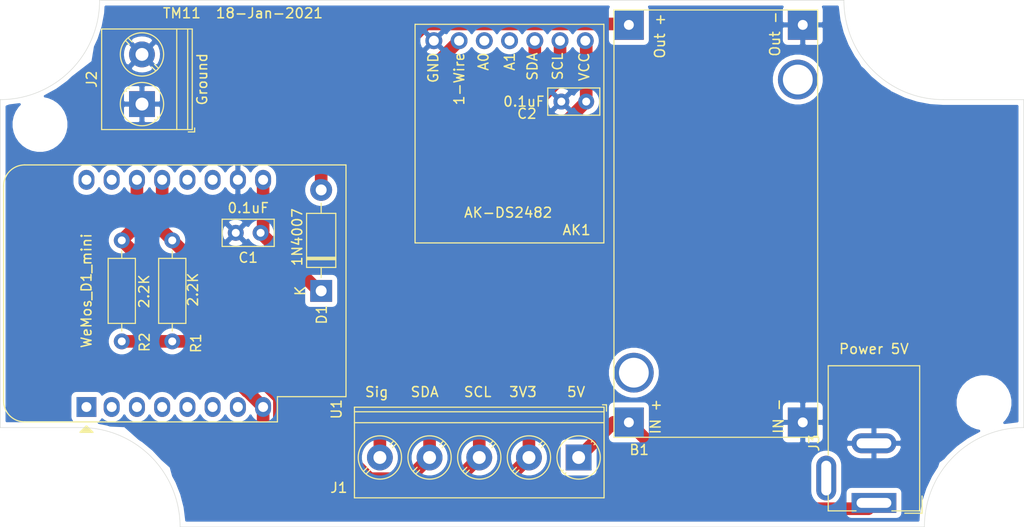
<source format=kicad_pcb>
(kicad_pcb (version 20171130) (host pcbnew "(5.1.9)-1")

  (general
    (thickness 1.6)
    (drawings 16)
    (tracks 48)
    (zones 0)
    (modules 13)
    (nets 22)
  )

  (page A4)
  (layers
    (0 F.Cu signal)
    (31 B.Cu signal)
    (32 B.Adhes user)
    (33 F.Adhes user)
    (34 B.Paste user)
    (35 F.Paste user)
    (36 B.SilkS user)
    (37 F.SilkS user)
    (38 B.Mask user)
    (39 F.Mask user)
    (40 Dwgs.User user)
    (41 Cmts.User user)
    (42 Eco1.User user)
    (43 Eco2.User user)
    (44 Edge.Cuts user)
    (45 Margin user)
    (46 B.CrtYd user)
    (47 F.CrtYd user)
    (48 B.Fab user)
    (49 F.Fab user)
  )

  (setup
    (last_trace_width 1.27)
    (trace_clearance 0.2)
    (zone_clearance 0.508)
    (zone_45_only no)
    (trace_min 0.2)
    (via_size 0.8)
    (via_drill 0.4)
    (via_min_size 0.4)
    (via_min_drill 0.3)
    (uvia_size 0.3)
    (uvia_drill 0.1)
    (uvias_allowed no)
    (uvia_min_size 0.2)
    (uvia_min_drill 0.1)
    (edge_width 0.05)
    (segment_width 0.2)
    (pcb_text_width 0.3)
    (pcb_text_size 1.5 1.5)
    (mod_edge_width 0.12)
    (mod_text_size 1 1)
    (mod_text_width 0.15)
    (pad_size 4.5 4.5)
    (pad_drill 4.5)
    (pad_to_mask_clearance 0)
    (aux_axis_origin 0 0)
    (visible_elements 7FFFFFFF)
    (pcbplotparams
      (layerselection 0x010fc_ffffffff)
      (usegerberextensions false)
      (usegerberattributes true)
      (usegerberadvancedattributes true)
      (creategerberjobfile true)
      (excludeedgelayer true)
      (linewidth 0.100000)
      (plotframeref false)
      (viasonmask false)
      (mode 1)
      (useauxorigin false)
      (hpglpennumber 1)
      (hpglpenspeed 20)
      (hpglpendiameter 15.000000)
      (psnegative false)
      (psa4output false)
      (plotreference true)
      (plotvalue true)
      (plotinvisibletext false)
      (padsonsilk false)
      (subtractmaskfromsilk false)
      (outputformat 1)
      (mirror false)
      (drillshape 0)
      (scaleselection 1)
      (outputdirectory "Gerbers/"))
  )

  (net 0 "")
  (net 1 GND)
  (net 2 "Net-(AK1-Pad6)")
  (net 3 "Net-(AK1-Pad5)")
  (net 4 "Net-(AK1-Pad4)")
  (net 5 "Net-(AK1-Pad3)")
  (net 6 "Net-(AK1-Pad2)")
  (net 7 "Net-(AK1-Pad1)")
  (net 8 "Net-(C1-Pad1)")
  (net 9 "Net-(U1-Pad16)")
  (net 10 "Net-(U1-Pad15)")
  (net 11 "Net-(U1-Pad12)")
  (net 12 "Net-(U1-Pad11)")
  (net 13 "Net-(U1-Pad7)")
  (net 14 "Net-(U1-Pad6)")
  (net 15 "Net-(U1-Pad5)")
  (net 16 "Net-(U1-Pad4)")
  (net 17 "Net-(U1-Pad2)")
  (net 18 "Net-(B1-Pad4)")
  (net 19 "Net-(B1-Pad2)")
  (net 20 "Net-(U1-Pad3)")
  (net 21 "Net-(U1-Pad1)")

  (net_class Default "This is the default net class."
    (clearance 0.2)
    (trace_width 1.27)
    (via_dia 0.8)
    (via_drill 0.4)
    (uvia_dia 0.3)
    (uvia_drill 0.1)
    (add_net GND)
    (add_net "Net-(AK1-Pad1)")
    (add_net "Net-(AK1-Pad2)")
    (add_net "Net-(AK1-Pad3)")
    (add_net "Net-(AK1-Pad4)")
    (add_net "Net-(AK1-Pad5)")
    (add_net "Net-(AK1-Pad6)")
    (add_net "Net-(B1-Pad2)")
    (add_net "Net-(B1-Pad4)")
    (add_net "Net-(C1-Pad1)")
    (add_net "Net-(U1-Pad1)")
    (add_net "Net-(U1-Pad11)")
    (add_net "Net-(U1-Pad12)")
    (add_net "Net-(U1-Pad15)")
    (add_net "Net-(U1-Pad16)")
    (add_net "Net-(U1-Pad2)")
    (add_net "Net-(U1-Pad3)")
    (add_net "Net-(U1-Pad4)")
    (add_net "Net-(U1-Pad5)")
    (add_net "Net-(U1-Pad6)")
    (add_net "Net-(U1-Pad7)")
  )

  (module TerminalBlock_Phoenix:TerminalBlock_Phoenix_PT-1,5-2-5.0-H_1x02_P5.00mm_Horizontal (layer F.Cu) (tedit 5B294F69) (tstamp 60066DFE)
    (at 64.262 60.452 90)
    (descr "Terminal Block Phoenix PT-1,5-2-5.0-H, 2 pins, pitch 5mm, size 10x9mm^2, drill diamater 1.3mm, pad diameter 2.6mm, see http://www.mouser.com/ds/2/324/ItemDetail_1935161-922578.pdf, script-generated using https://github.com/pointhi/kicad-footprint-generator/scripts/TerminalBlock_Phoenix")
    (tags "THT Terminal Block Phoenix PT-1,5-2-5.0-H pitch 5mm size 10x9mm^2 drill 1.3mm pad 2.6mm")
    (path /60092CF4)
    (fp_text reference J2 (at 2.5 -5.06 90) (layer F.SilkS)
      (effects (font (size 1 1) (thickness 0.15)))
    )
    (fp_text value Ground (at 2.5 6.06 90) (layer F.SilkS)
      (effects (font (size 1 1) (thickness 0.15)))
    )
    (fp_text user %R (at 2.5 2.9 90) (layer F.Fab)
      (effects (font (size 1 1) (thickness 0.15)))
    )
    (fp_circle (center 0 0) (end 2 0) (layer F.Fab) (width 0.1))
    (fp_circle (center 0 0) (end 2.18 0) (layer F.SilkS) (width 0.12))
    (fp_circle (center 5 0) (end 7 0) (layer F.Fab) (width 0.1))
    (fp_circle (center 5 0) (end 7.18 0) (layer F.SilkS) (width 0.12))
    (fp_line (start -2.5 -4) (end 7.5 -4) (layer F.Fab) (width 0.1))
    (fp_line (start 7.5 -4) (end 7.5 5) (layer F.Fab) (width 0.1))
    (fp_line (start 7.5 5) (end -2.1 5) (layer F.Fab) (width 0.1))
    (fp_line (start -2.1 5) (end -2.5 4.6) (layer F.Fab) (width 0.1))
    (fp_line (start -2.5 4.6) (end -2.5 -4) (layer F.Fab) (width 0.1))
    (fp_line (start -2.5 4.6) (end 7.5 4.6) (layer F.Fab) (width 0.1))
    (fp_line (start -2.56 4.6) (end 7.56 4.6) (layer F.SilkS) (width 0.12))
    (fp_line (start -2.5 3.5) (end 7.5 3.5) (layer F.Fab) (width 0.1))
    (fp_line (start -2.56 3.5) (end 7.56 3.5) (layer F.SilkS) (width 0.12))
    (fp_line (start -2.56 -4.06) (end 7.56 -4.06) (layer F.SilkS) (width 0.12))
    (fp_line (start -2.56 5.06) (end 7.56 5.06) (layer F.SilkS) (width 0.12))
    (fp_line (start -2.56 -4.06) (end -2.56 5.06) (layer F.SilkS) (width 0.12))
    (fp_line (start 7.56 -4.06) (end 7.56 5.06) (layer F.SilkS) (width 0.12))
    (fp_line (start 1.517 -1.273) (end -1.273 1.517) (layer F.Fab) (width 0.1))
    (fp_line (start 1.273 -1.517) (end -1.517 1.273) (layer F.Fab) (width 0.1))
    (fp_line (start 1.654 -1.388) (end 1.547 -1.281) (layer F.SilkS) (width 0.12))
    (fp_line (start -1.282 1.547) (end -1.388 1.654) (layer F.SilkS) (width 0.12))
    (fp_line (start 1.388 -1.654) (end 1.281 -1.547) (layer F.SilkS) (width 0.12))
    (fp_line (start -1.548 1.281) (end -1.654 1.388) (layer F.SilkS) (width 0.12))
    (fp_line (start 6.517 -1.273) (end 3.728 1.517) (layer F.Fab) (width 0.1))
    (fp_line (start 6.273 -1.517) (end 3.484 1.273) (layer F.Fab) (width 0.1))
    (fp_line (start 6.654 -1.388) (end 6.259 -0.992) (layer F.SilkS) (width 0.12))
    (fp_line (start 3.993 1.274) (end 3.613 1.654) (layer F.SilkS) (width 0.12))
    (fp_line (start 6.388 -1.654) (end 6.008 -1.274) (layer F.SilkS) (width 0.12))
    (fp_line (start 3.742 0.992) (end 3.347 1.388) (layer F.SilkS) (width 0.12))
    (fp_line (start -2.8 4.66) (end -2.8 5.3) (layer F.SilkS) (width 0.12))
    (fp_line (start -2.8 5.3) (end -2.4 5.3) (layer F.SilkS) (width 0.12))
    (fp_line (start -3 -4.5) (end -3 5.5) (layer F.CrtYd) (width 0.05))
    (fp_line (start -3 5.5) (end 8 5.5) (layer F.CrtYd) (width 0.05))
    (fp_line (start 8 5.5) (end 8 -4.5) (layer F.CrtYd) (width 0.05))
    (fp_line (start 8 -4.5) (end -3 -4.5) (layer F.CrtYd) (width 0.05))
    (pad 2 thru_hole circle (at 5 0 90) (size 2.6 2.6) (drill 1.3) (layers *.Cu *.Mask)
      (net 1 GND))
    (pad 1 thru_hole rect (at 0 0 90) (size 2.6 2.6) (drill 1.3) (layers *.Cu *.Mask)
      (net 1 GND))
    (model ${KISYS3DMOD}/TerminalBlock_Phoenix.3dshapes/TerminalBlock_Phoenix_PT-1,5-2-5.0-H_1x02_P5.00mm_Horizontal.wrl
      (at (xyz 0 0 0))
      (scale (xyz 1 1 1))
      (rotate (xyz 0 0 0))
    )
  )

  (module TerminalBlock_Phoenix:TerminalBlock_Phoenix_PT-1,5-5-5.0-H_1x05_P5.00mm_Horizontal (layer F.Cu) (tedit 5B294F6A) (tstamp 60066DD4)
    (at 108.204 96.012 180)
    (descr "Terminal Block Phoenix PT-1,5-5-5.0-H, 5 pins, pitch 5mm, size 25x9mm^2, drill diamater 1.3mm, pad diameter 2.6mm, see http://www.mouser.com/ds/2/324/ItemDetail_1935161-922578.pdf, script-generated using https://github.com/pointhi/kicad-footprint-generator/scripts/TerminalBlock_Phoenix")
    (tags "THT Terminal Block Phoenix PT-1,5-5-5.0-H pitch 5mm size 25x9mm^2 drill 1.3mm pad 2.6mm")
    (path /600946F0)
    (fp_text reference J1 (at 24.13 -3.048) (layer F.SilkS)
      (effects (font (size 1 1) (thickness 0.15)))
    )
    (fp_text value Screw_Terminal_01x05 (at 10.16 4.318) (layer F.Fab)
      (effects (font (size 1 1) (thickness 0.15)))
    )
    (fp_text user %R (at 10 2.9) (layer F.Fab)
      (effects (font (size 1 1) (thickness 0.15)))
    )
    (fp_circle (center 0 0) (end 2 0) (layer F.Fab) (width 0.1))
    (fp_circle (center 0 0) (end 2.18 0) (layer F.SilkS) (width 0.12))
    (fp_circle (center 5 0) (end 7 0) (layer F.Fab) (width 0.1))
    (fp_circle (center 5 0) (end 7.18 0) (layer F.SilkS) (width 0.12))
    (fp_circle (center 10 0) (end 12 0) (layer F.Fab) (width 0.1))
    (fp_circle (center 10 0) (end 12.18 0) (layer F.SilkS) (width 0.12))
    (fp_circle (center 15 0) (end 17 0) (layer F.Fab) (width 0.1))
    (fp_circle (center 15 0) (end 17.18 0) (layer F.SilkS) (width 0.12))
    (fp_circle (center 20 0) (end 22 0) (layer F.Fab) (width 0.1))
    (fp_circle (center 20 0) (end 22.18 0) (layer F.SilkS) (width 0.12))
    (fp_line (start -2.5 -4) (end 22.5 -4) (layer F.Fab) (width 0.1))
    (fp_line (start 22.5 -4) (end 22.5 5) (layer F.Fab) (width 0.1))
    (fp_line (start 22.5 5) (end -2.1 5) (layer F.Fab) (width 0.1))
    (fp_line (start -2.1 5) (end -2.5 4.6) (layer F.Fab) (width 0.1))
    (fp_line (start -2.5 4.6) (end -2.5 -4) (layer F.Fab) (width 0.1))
    (fp_line (start -2.5 4.6) (end 22.5 4.6) (layer F.Fab) (width 0.1))
    (fp_line (start -2.56 4.6) (end 22.56 4.6) (layer F.SilkS) (width 0.12))
    (fp_line (start -2.5 3.5) (end 22.5 3.5) (layer F.Fab) (width 0.1))
    (fp_line (start -2.56 3.5) (end 22.56 3.5) (layer F.SilkS) (width 0.12))
    (fp_line (start -2.56 -4.06) (end 22.56 -4.06) (layer F.SilkS) (width 0.12))
    (fp_line (start -2.56 5.06) (end 22.56 5.06) (layer F.SilkS) (width 0.12))
    (fp_line (start -2.56 -4.06) (end -2.56 5.06) (layer F.SilkS) (width 0.12))
    (fp_line (start 22.56 -4.06) (end 22.56 5.06) (layer F.SilkS) (width 0.12))
    (fp_line (start 1.517 -1.273) (end -1.273 1.517) (layer F.Fab) (width 0.1))
    (fp_line (start 1.273 -1.517) (end -1.517 1.273) (layer F.Fab) (width 0.1))
    (fp_line (start 1.654 -1.388) (end 1.547 -1.281) (layer F.SilkS) (width 0.12))
    (fp_line (start -1.282 1.547) (end -1.388 1.654) (layer F.SilkS) (width 0.12))
    (fp_line (start 1.388 -1.654) (end 1.281 -1.547) (layer F.SilkS) (width 0.12))
    (fp_line (start -1.548 1.281) (end -1.654 1.388) (layer F.SilkS) (width 0.12))
    (fp_line (start 6.517 -1.273) (end 3.728 1.517) (layer F.Fab) (width 0.1))
    (fp_line (start 6.273 -1.517) (end 3.484 1.273) (layer F.Fab) (width 0.1))
    (fp_line (start 6.654 -1.388) (end 6.259 -0.992) (layer F.SilkS) (width 0.12))
    (fp_line (start 3.993 1.274) (end 3.613 1.654) (layer F.SilkS) (width 0.12))
    (fp_line (start 6.388 -1.654) (end 6.008 -1.274) (layer F.SilkS) (width 0.12))
    (fp_line (start 3.742 0.992) (end 3.347 1.388) (layer F.SilkS) (width 0.12))
    (fp_line (start 11.517 -1.273) (end 8.728 1.517) (layer F.Fab) (width 0.1))
    (fp_line (start 11.273 -1.517) (end 8.484 1.273) (layer F.Fab) (width 0.1))
    (fp_line (start 11.654 -1.388) (end 11.259 -0.992) (layer F.SilkS) (width 0.12))
    (fp_line (start 8.993 1.274) (end 8.613 1.654) (layer F.SilkS) (width 0.12))
    (fp_line (start 11.388 -1.654) (end 11.008 -1.274) (layer F.SilkS) (width 0.12))
    (fp_line (start 8.742 0.992) (end 8.347 1.388) (layer F.SilkS) (width 0.12))
    (fp_line (start 16.517 -1.273) (end 13.728 1.517) (layer F.Fab) (width 0.1))
    (fp_line (start 16.273 -1.517) (end 13.484 1.273) (layer F.Fab) (width 0.1))
    (fp_line (start 16.654 -1.388) (end 16.259 -0.992) (layer F.SilkS) (width 0.12))
    (fp_line (start 13.993 1.274) (end 13.613 1.654) (layer F.SilkS) (width 0.12))
    (fp_line (start 16.388 -1.654) (end 16.008 -1.274) (layer F.SilkS) (width 0.12))
    (fp_line (start 13.742 0.992) (end 13.347 1.388) (layer F.SilkS) (width 0.12))
    (fp_line (start 21.517 -1.273) (end 18.728 1.517) (layer F.Fab) (width 0.1))
    (fp_line (start 21.273 -1.517) (end 18.484 1.273) (layer F.Fab) (width 0.1))
    (fp_line (start 21.654 -1.388) (end 21.259 -0.992) (layer F.SilkS) (width 0.12))
    (fp_line (start 18.993 1.274) (end 18.613 1.654) (layer F.SilkS) (width 0.12))
    (fp_line (start 21.388 -1.654) (end 21.008 -1.274) (layer F.SilkS) (width 0.12))
    (fp_line (start 18.742 0.992) (end 18.347 1.388) (layer F.SilkS) (width 0.12))
    (fp_line (start -2.8 4.66) (end -2.8 5.3) (layer F.SilkS) (width 0.12))
    (fp_line (start -2.8 5.3) (end -2.4 5.3) (layer F.SilkS) (width 0.12))
    (fp_line (start -3 -4.5) (end -3 5.5) (layer F.CrtYd) (width 0.05))
    (fp_line (start -3 5.5) (end 23 5.5) (layer F.CrtYd) (width 0.05))
    (fp_line (start 23 5.5) (end 23 -4.5) (layer F.CrtYd) (width 0.05))
    (fp_line (start 23 -4.5) (end -3 -4.5) (layer F.CrtYd) (width 0.05))
    (pad 5 thru_hole circle (at 20 0 180) (size 2.6 2.6) (drill 1.3) (layers *.Cu *.Mask)
      (net 2 "Net-(AK1-Pad6)"))
    (pad 4 thru_hole circle (at 15 0 180) (size 2.6 2.6) (drill 1.3) (layers *.Cu *.Mask)
      (net 5 "Net-(AK1-Pad3)"))
    (pad 3 thru_hole circle (at 10 0 180) (size 2.6 2.6) (drill 1.3) (layers *.Cu *.Mask)
      (net 6 "Net-(AK1-Pad2)"))
    (pad 2 thru_hole circle (at 5 0 180) (size 2.6 2.6) (drill 1.3) (layers *.Cu *.Mask)
      (net 7 "Net-(AK1-Pad1)"))
    (pad 1 thru_hole rect (at 0 0 180) (size 2.6 2.6) (drill 1.3) (layers *.Cu *.Mask)
      (net 19 "Net-(B1-Pad2)"))
    (model ${KISYS3DMOD}/TerminalBlock_Phoenix.3dshapes/TerminalBlock_Phoenix_PT-1,5-5-5.0-H_1x05_P5.00mm_Horizontal.wrl
      (at (xyz 0 0 0))
      (scale (xyz 1 1 1))
      (rotate (xyz 0 0 0))
    )
  )

  (module AAAlibrary:LM2596_Buck_Header (layer F.Cu) (tedit 5FC057E5) (tstamp 600662EE)
    (at 111.76 93.98 90)
    (descr https://www.amazon.ca/Erayco-LM2596-Converter-3-0-40V-1-5-35V/dp/B07JNQFV7F/ref=sr_1_20?dchild=1&keywords=arduino+3.3v+power+supply&qid=1606423658&sr=8-20)
    (path /60066FD6)
    (fp_text reference B1 (at -1.27 2.54 180) (layer F.SilkS)
      (effects (font (size 1 1) (thickness 0.15)))
    )
    (fp_text value BuckHeader (at 21.4376 9.8806 90) (layer F.Fab)
      (effects (font (size 1 1) (thickness 0.15)))
    )
    (fp_text user "Out -" (at 40.5892 16.2052 90) (layer F.SilkS)
      (effects (font (size 1 1) (thickness 0.15)))
    )
    (fp_text user "Out +" (at 40.386 4.6228 90) (layer F.SilkS)
      (effects (font (size 1 1) (thickness 0.15)))
    )
    (fp_text user "IN -" (at 2.1336 16.5608 90) (layer F.SilkS)
      (effects (font (size 1 1) (thickness 0.15)))
    )
    (fp_text user "IN +" (at 2.0828 4.191 90) (layer F.SilkS)
      (effects (font (size 1 1) (thickness 0.15)))
    )
    (fp_line (start 0 0) (end 0 20.5) (layer F.SilkS) (width 0.12))
    (fp_line (start 43 0) (end 43 20.5) (layer F.SilkS) (width 0.12))
    (fp_line (start 0 0) (end 43 0) (layer F.SilkS) (width 0.12))
    (fp_line (start 0 20.5) (end 43 20.5) (layer F.SilkS) (width 0.12))
    (pad "" thru_hole circle (at 36 18.5 90) (size 4 4) (drill 3) (layers *.Cu *.Mask))
    (pad "" thru_hole circle (at 6.5 2 90) (size 4 4) (drill 3) (layers *.Cu *.Mask))
    (pad 1 thru_hole rect (at 1.5 19 90) (size 3 3) (drill 1) (layers *.Cu *.Mask)
      (net 1 GND))
    (pad 3 thru_hole rect (at 41.5 19 90) (size 3 3) (drill 1) (layers *.Cu *.Mask)
      (net 1 GND))
    (pad 4 thru_hole rect (at 41.5 1.5 90) (size 3 3) (drill 1) (layers *.Cu *.Mask)
      (net 18 "Net-(B1-Pad4)"))
    (pad 2 thru_hole rect (at 1.5 1.5 90) (size 3 3) (drill 1) (layers *.Cu *.Mask)
      (net 19 "Net-(B1-Pad2)"))
  )

  (module AAAlibrary:MountingHole_3.2mm_M3 (layer F.Cu) (tedit 600624FD) (tstamp 6006250D)
    (at 54 62.5)
    (descr "Mounting Hole 3.2mm, no annular, M3")
    (tags "mounting hole 3.2mm no annular m3")
    (attr virtual)
    (fp_text reference " " (at 0 -4.2) (layer F.SilkS) hide
      (effects (font (size 1 1) (thickness 0.15)))
    )
    (fp_text value " " (at 0 4.2) (layer F.Fab)
      (effects (font (size 1 1) (thickness 0.15)))
    )
    (fp_circle (center 0 0) (end 3.2 0) (layer Cmts.User) (width 0.15))
    (fp_circle (center 0 0) (end 3.45 0) (layer F.CrtYd) (width 0.05))
    (fp_text user %R (at 0 0) (layer F.Fab)
      (effects (font (size 1 1) (thickness 0.15)))
    )
    (pad "" np_thru_hole circle (at 0 0) (size 4.5 4.5) (drill 4.5) (layers *.Cu *.Mask))
  )

  (module Diode_THT:D_DO-41_SOD81_P10.16mm_Horizontal (layer F.Cu) (tedit 5AE50CD5) (tstamp 6004CA90)
    (at 82.296 79.248 90)
    (descr "Diode, DO-41_SOD81 series, Axial, Horizontal, pin pitch=10.16mm, , length*diameter=5.2*2.7mm^2, , http://www.diodes.com/_files/packages/DO-41%20(Plastic).pdf")
    (tags "Diode DO-41_SOD81 series Axial Horizontal pin pitch 10.16mm  length 5.2mm diameter 2.7mm")
    (path /60097C6D)
    (fp_text reference D1 (at -2.39268 0.05588 90) (layer F.SilkS)
      (effects (font (size 1 1) (thickness 0.15)))
    )
    (fp_text value 1N4007 (at 5.4102 -2.40792 90) (layer F.SilkS)
      (effects (font (size 1 1) (thickness 0.15)))
    )
    (fp_line (start 11.51 -1.6) (end -1.35 -1.6) (layer F.CrtYd) (width 0.05))
    (fp_line (start 11.51 1.6) (end 11.51 -1.6) (layer F.CrtYd) (width 0.05))
    (fp_line (start -1.35 1.6) (end 11.51 1.6) (layer F.CrtYd) (width 0.05))
    (fp_line (start -1.35 -1.6) (end -1.35 1.6) (layer F.CrtYd) (width 0.05))
    (fp_line (start 3.14 -1.47) (end 3.14 1.47) (layer F.SilkS) (width 0.12))
    (fp_line (start 3.38 -1.47) (end 3.38 1.47) (layer F.SilkS) (width 0.12))
    (fp_line (start 3.26 -1.47) (end 3.26 1.47) (layer F.SilkS) (width 0.12))
    (fp_line (start 8.82 0) (end 7.8 0) (layer F.SilkS) (width 0.12))
    (fp_line (start 1.34 0) (end 2.36 0) (layer F.SilkS) (width 0.12))
    (fp_line (start 7.8 -1.47) (end 2.36 -1.47) (layer F.SilkS) (width 0.12))
    (fp_line (start 7.8 1.47) (end 7.8 -1.47) (layer F.SilkS) (width 0.12))
    (fp_line (start 2.36 1.47) (end 7.8 1.47) (layer F.SilkS) (width 0.12))
    (fp_line (start 2.36 -1.47) (end 2.36 1.47) (layer F.SilkS) (width 0.12))
    (fp_line (start 3.16 -1.35) (end 3.16 1.35) (layer F.Fab) (width 0.1))
    (fp_line (start 3.36 -1.35) (end 3.36 1.35) (layer F.Fab) (width 0.1))
    (fp_line (start 3.26 -1.35) (end 3.26 1.35) (layer F.Fab) (width 0.1))
    (fp_line (start 10.16 0) (end 7.68 0) (layer F.Fab) (width 0.1))
    (fp_line (start 0 0) (end 2.48 0) (layer F.Fab) (width 0.1))
    (fp_line (start 7.68 -1.35) (end 2.48 -1.35) (layer F.Fab) (width 0.1))
    (fp_line (start 7.68 1.35) (end 7.68 -1.35) (layer F.Fab) (width 0.1))
    (fp_line (start 2.48 1.35) (end 7.68 1.35) (layer F.Fab) (width 0.1))
    (fp_line (start 2.48 -1.35) (end 2.48 1.35) (layer F.Fab) (width 0.1))
    (fp_text user K (at 0 -2.1 90) (layer F.SilkS)
      (effects (font (size 1 1) (thickness 0.15)))
    )
    (fp_text user K (at 0 -2.1 90) (layer F.Fab)
      (effects (font (size 1 1) (thickness 0.15)))
    )
    (fp_text user %R (at 5.47 0 90) (layer F.Fab)
      (effects (font (size 1 1) (thickness 0.15)))
    )
    (pad 2 thru_hole oval (at 10.16 0 90) (size 2.2 2.2) (drill 1.1) (layers *.Cu *.Mask)
      (net 18 "Net-(B1-Pad4)"))
    (pad 1 thru_hole rect (at 0 0 90) (size 2.2 2.2) (drill 1.1) (layers *.Cu *.Mask)
      (net 8 "Net-(C1-Pad1)"))
    (model ${KISYS3DMOD}/Diode_THT.3dshapes/D_DO-41_SOD81_P10.16mm_Horizontal.wrl
      (at (xyz 0 0 0))
      (scale (xyz 1 1 1))
      (rotate (xyz 0 0 0))
    )
  )

  (module AAAlibrary:Uxcell_DC_power_jack (layer F.Cu) (tedit 5FAF6909) (tstamp 60047792)
    (at 137.922 100.584 180)
    (descr https://www.amazon.ca/gp/product/B00MJVIFS2/ref=ppx_yo_dt_b_asin_title_o04_s00?ie=UTF8&psc=1)
    (tags "Power Jack")
    (path /60048021)
    (fp_text reference J3 (at 6.0198 6.0198 90) (layer F.SilkS)
      (effects (font (size 1 1) (thickness 0.15)))
    )
    (fp_text value "Power 5V" (at 0 15.494 180) (layer F.SilkS)
      (effects (font (size 1 1) (thickness 0.15)))
    )
    (fp_line (start -4.5 10.2) (end 4.5 10.2) (layer F.Fab) (width 0.1))
    (fp_line (start -3.5 -0.7) (end 4.5 -0.7) (layer F.Fab) (width 0.1))
    (fp_line (start -4.5 0.3) (end -3.5 -0.7) (layer F.Fab) (width 0.1))
    (fp_line (start -4.5 13.7) (end -4.5 0.3) (layer F.Fab) (width 0.1))
    (fp_line (start 4.5 13.7) (end -4.5 13.7) (layer F.Fab) (width 0.1))
    (fp_line (start 4.5 -0.7) (end 4.5 13.7) (layer F.Fab) (width 0.1))
    (fp_line (start -4.84 -1.04) (end -3.1 -1.04) (layer F.SilkS) (width 0.12))
    (fp_line (start -4.84 0.7) (end -4.84 -1.04) (layer F.SilkS) (width 0.12))
    (fp_line (start 4.6 -0.8) (end 4.6 1.2) (layer F.SilkS) (width 0.12))
    (fp_line (start 1.8 -0.8) (end 4.6 -0.8) (layer F.SilkS) (width 0.12))
    (fp_line (start -4.6 -0.8) (end -1.8 -0.8) (layer F.SilkS) (width 0.12))
    (fp_line (start -4.6 13.8) (end -4.6 -0.8) (layer F.SilkS) (width 0.12))
    (fp_line (start 4.6 13.8) (end -4.6 13.8) (layer F.SilkS) (width 0.12))
    (fp_line (start 4.6 4.8) (end 4.6 13.8) (layer F.SilkS) (width 0.12))
    (fp_line (start -1.8 -1.8) (end 1.8 -1.8) (layer F.CrtYd) (width 0.05))
    (fp_line (start -1.8 -1.2) (end -1.8 -1.8) (layer F.CrtYd) (width 0.05))
    (fp_line (start -5 -1.2) (end -1.8 -1.2) (layer F.CrtYd) (width 0.05))
    (fp_line (start -5 14.2) (end -5 -1.2) (layer F.CrtYd) (width 0.05))
    (fp_line (start 5 14.2) (end -5 14.2) (layer F.CrtYd) (width 0.05))
    (fp_line (start 5 4.8) (end 5 14.2) (layer F.CrtYd) (width 0.05))
    (fp_line (start 6.5 4.8) (end 5 4.8) (layer F.CrtYd) (width 0.05))
    (fp_line (start 6.5 1.2) (end 6.5 4.8) (layer F.CrtYd) (width 0.05))
    (fp_line (start 5 1.2) (end 6.5 1.2) (layer F.CrtYd) (width 0.05))
    (fp_line (start 5 -1.2) (end 5 1.2) (layer F.CrtYd) (width 0.05))
    (fp_line (start 1.8 -1.2) (end 5 -1.2) (layer F.CrtYd) (width 0.05))
    (fp_line (start 1.8 -1.8) (end 1.8 -1.2) (layer F.CrtYd) (width 0.05))
    (fp_text user %R (at 0.1524 8.636) (layer F.Fab)
      (effects (font (size 1 1) (thickness 0.15)))
    )
    (pad 3 thru_hole oval (at 4.8 2.5 180) (size 2 4.5) (drill oval 1 3.5) (layers *.Cu *.Mask))
    (pad 2 thru_hole oval (at 0 6 180) (size 4.5 2) (drill oval 3.5 1) (layers *.Cu *.Mask)
      (net 1 GND))
    (pad 1 thru_hole rect (at 0 0 180) (size 4.5 2) (drill oval 3.5 1) (layers *.Cu *.Mask)
      (net 19 "Net-(B1-Pad2)"))
    (model ${KISYS3DMOD}/Connector_BarrelJack.3dshapes/BarrelJack_CUI_PJ-102AH_Horizontal.wrl
      (at (xyz 0 0 0))
      (scale (xyz 1 1 1))
      (rotate (xyz 0 0 0))
    )
  )

  (module Module:WEMOS_D1_mini_light (layer F.Cu) (tedit 5BBFB1CE) (tstamp 5FF956D1)
    (at 58.674 90.932 90)
    (descr "16-pin module, column spacing 22.86 mm (900 mils), https://wiki.wemos.cc/products:d1:d1_mini, https://c1.staticflickr.com/1/734/31400410271_f278b087db_z.jpg")
    (tags "ESP8266 WiFi microcontroller")
    (path /5FF94967)
    (fp_text reference U1 (at -0.22352 25.16484 90) (layer F.SilkS)
      (effects (font (size 1 1) (thickness 0.15)))
    )
    (fp_text value WeMos_D1_mini (at 11.7 0 90) (layer F.SilkS)
      (effects (font (size 1 1) (thickness 0.15)))
    )
    (fp_line (start 1.04 19.22) (end 1.04 26.12) (layer F.SilkS) (width 0.12))
    (fp_line (start -1.5 19.22) (end 1.04 19.22) (layer F.SilkS) (width 0.12))
    (fp_line (start -0.37 0) (end -1.37 -1) (layer F.Fab) (width 0.1))
    (fp_line (start -1.37 1) (end -0.37 0) (layer F.Fab) (width 0.1))
    (fp_line (start -1.37 -6.21) (end -1.37 -1) (layer F.Fab) (width 0.1))
    (fp_line (start 1.17 19.09) (end 1.17 25.99) (layer F.Fab) (width 0.1))
    (fp_line (start -1.37 19.09) (end 1.17 19.09) (layer F.Fab) (width 0.1))
    (fp_line (start -1.35 -7.4) (end -0.55 -8.2) (layer Dwgs.User) (width 0.1))
    (fp_line (start -1.3 -5.45) (end 1.45 -8.2) (layer Dwgs.User) (width 0.1))
    (fp_line (start -1.35 -3.4) (end 3.45 -8.2) (layer Dwgs.User) (width 0.1))
    (fp_line (start 22.65 -1.4) (end 24.25 -3) (layer Dwgs.User) (width 0.1))
    (fp_line (start 20.65 -1.4) (end 24.25 -5) (layer Dwgs.User) (width 0.1))
    (fp_line (start 18.65 -1.4) (end 24.25 -7) (layer Dwgs.User) (width 0.1))
    (fp_line (start 16.65 -1.4) (end 23.45 -8.2) (layer Dwgs.User) (width 0.1))
    (fp_line (start 14.65 -1.4) (end 21.45 -8.2) (layer Dwgs.User) (width 0.1))
    (fp_line (start 12.65 -1.4) (end 19.45 -8.2) (layer Dwgs.User) (width 0.1))
    (fp_line (start 10.65 -1.4) (end 17.45 -8.2) (layer Dwgs.User) (width 0.1))
    (fp_line (start 8.65 -1.4) (end 15.45 -8.2) (layer Dwgs.User) (width 0.1))
    (fp_line (start 6.65 -1.4) (end 13.45 -8.2) (layer Dwgs.User) (width 0.1))
    (fp_line (start 4.65 -1.4) (end 11.45 -8.2) (layer Dwgs.User) (width 0.1))
    (fp_line (start 2.65 -1.4) (end 9.45 -8.2) (layer Dwgs.User) (width 0.1))
    (fp_line (start 0.65 -1.4) (end 7.45 -8.2) (layer Dwgs.User) (width 0.1))
    (fp_line (start -1.35 -1.4) (end 5.45 -8.2) (layer Dwgs.User) (width 0.1))
    (fp_line (start -1.35 -8.2) (end -1.35 -1.4) (layer Dwgs.User) (width 0.1))
    (fp_line (start 24.25 -8.2) (end -1.35 -8.2) (layer Dwgs.User) (width 0.1))
    (fp_line (start 24.25 -1.4) (end 24.25 -8.2) (layer Dwgs.User) (width 0.1))
    (fp_line (start -1.35 -1.4) (end 24.25 -1.4) (layer Dwgs.User) (width 0.1))
    (fp_poly (pts (xy -2.54 -0.635) (xy -2.54 0.635) (xy -1.905 0)) (layer F.SilkS) (width 0.15))
    (fp_line (start -1.62 26.24) (end -1.62 -8.46) (layer F.CrtYd) (width 0.05))
    (fp_line (start 24.48 26.24) (end -1.62 26.24) (layer F.CrtYd) (width 0.05))
    (fp_line (start 24.48 -8.41) (end 24.48 26.24) (layer F.CrtYd) (width 0.05))
    (fp_line (start -1.62 -8.46) (end 24.48 -8.46) (layer F.CrtYd) (width 0.05))
    (fp_line (start -1.37 1) (end -1.37 19.09) (layer F.Fab) (width 0.1))
    (fp_line (start 22.23 -8.21) (end 0.63 -8.21) (layer F.Fab) (width 0.1))
    (fp_line (start 24.23 25.99) (end 24.23 -6.21) (layer F.Fab) (width 0.1))
    (fp_line (start 1.17 25.99) (end 24.23 25.99) (layer F.Fab) (width 0.1))
    (fp_line (start 22.24 -8.34) (end 0.63 -8.34) (layer F.SilkS) (width 0.12))
    (fp_line (start 24.36 26.12) (end 24.36 -6.21) (layer F.SilkS) (width 0.12))
    (fp_line (start -1.5 19.22) (end -1.5 -6.21) (layer F.SilkS) (width 0.12))
    (fp_line (start 1.04 26.12) (end 24.36 26.12) (layer F.SilkS) (width 0.12))
    (fp_text user "No copper" (at 11.43 -3.81 90) (layer Cmts.User)
      (effects (font (size 1 1) (thickness 0.15)))
    )
    (fp_text user "KEEP OUT" (at 11.43 -6.35 90) (layer Cmts.User)
      (effects (font (size 1 1) (thickness 0.15)))
    )
    (fp_arc (start 22.23 -6.21) (end 24.36 -6.21) (angle -90) (layer F.SilkS) (width 0.12))
    (fp_arc (start 0.63 -6.21) (end 0.63 -8.34) (angle -90) (layer F.SilkS) (width 0.12))
    (fp_arc (start 22.23 -6.21) (end 24.23 -6.19) (angle -90) (layer F.Fab) (width 0.1))
    (fp_arc (start 0.63 -6.21) (end 0.63 -8.21) (angle -90) (layer F.Fab) (width 0.1))
    (fp_text user %R (at 3.2512 18.22048 90) (layer F.Fab)
      (effects (font (size 1 1) (thickness 0.15)))
    )
    (pad 16 thru_hole oval (at 22.86 0 90) (size 2 1.6) (drill 1) (layers *.Cu *.Mask)
      (net 9 "Net-(U1-Pad16)"))
    (pad 15 thru_hole oval (at 22.86 2.54 90) (size 2 1.6) (drill 1) (layers *.Cu *.Mask)
      (net 10 "Net-(U1-Pad15)"))
    (pad 14 thru_hole oval (at 22.86 5.08 90) (size 2 1.6) (drill 1) (layers *.Cu *.Mask)
      (net 6 "Net-(AK1-Pad2)"))
    (pad 13 thru_hole oval (at 22.86 7.62 90) (size 2 1.6) (drill 1) (layers *.Cu *.Mask)
      (net 5 "Net-(AK1-Pad3)"))
    (pad 12 thru_hole oval (at 22.86 10.16 90) (size 2 1.6) (drill 1) (layers *.Cu *.Mask)
      (net 11 "Net-(U1-Pad12)"))
    (pad 11 thru_hole oval (at 22.86 12.7 90) (size 2 1.6) (drill 1) (layers *.Cu *.Mask)
      (net 12 "Net-(U1-Pad11)"))
    (pad 10 thru_hole oval (at 22.86 15.24 90) (size 2 1.6) (drill 1) (layers *.Cu *.Mask)
      (net 1 GND))
    (pad 9 thru_hole oval (at 22.86 17.78 90) (size 2 1.6) (drill 1) (layers *.Cu *.Mask)
      (net 8 "Net-(C1-Pad1)"))
    (pad 8 thru_hole oval (at 0 17.78 90) (size 2 1.6) (drill 1) (layers *.Cu *.Mask)
      (net 7 "Net-(AK1-Pad1)"))
    (pad 7 thru_hole oval (at 0 15.24 90) (size 2 1.6) (drill 1) (layers *.Cu *.Mask)
      (net 13 "Net-(U1-Pad7)"))
    (pad 6 thru_hole oval (at 0 12.7 90) (size 2 1.6) (drill 1) (layers *.Cu *.Mask)
      (net 14 "Net-(U1-Pad6)"))
    (pad 5 thru_hole oval (at 0 10.16 90) (size 2 1.6) (drill 1) (layers *.Cu *.Mask)
      (net 15 "Net-(U1-Pad5)"))
    (pad 4 thru_hole oval (at 0 7.62 90) (size 2 1.6) (drill 1) (layers *.Cu *.Mask)
      (net 16 "Net-(U1-Pad4)"))
    (pad 3 thru_hole oval (at 0 5.08 90) (size 2 1.6) (drill 1) (layers *.Cu *.Mask)
      (net 20 "Net-(U1-Pad3)"))
    (pad 1 thru_hole rect (at 0 0 90) (size 2 2) (drill 1) (layers *.Cu *.Mask)
      (net 21 "Net-(U1-Pad1)"))
    (pad 2 thru_hole oval (at 0 2.54 90) (size 2 1.6) (drill 1) (layers *.Cu *.Mask)
      (net 17 "Net-(U1-Pad2)"))
    (model ${KISYS3DMOD}/Module.3dshapes/WEMOS_D1_mini_light.wrl
      (at (xyz 0 0 0))
      (scale (xyz 1 1 1))
      (rotate (xyz 0 0 0))
    )
    (model ${KISYS3DMOD}/Connector_PinHeader_2.54mm.3dshapes/PinHeader_1x08_P2.54mm_Vertical.wrl
      (offset (xyz 0 0 9.5))
      (scale (xyz 1 1 1))
      (rotate (xyz 0 -180 0))
    )
    (model ${KISYS3DMOD}/Connector_PinHeader_2.54mm.3dshapes/PinHeader_1x08_P2.54mm_Vertical.wrl
      (offset (xyz 22.86 0 9.5))
      (scale (xyz 1 1 1))
      (rotate (xyz 0 -180 0))
    )
    (model ${KISYS3DMOD}/Connector_PinSocket_2.54mm.3dshapes/PinSocket_1x08_P2.54mm_Vertical.wrl
      (at (xyz 0 0 0))
      (scale (xyz 1 1 1))
      (rotate (xyz 0 0 0))
    )
    (model ${KISYS3DMOD}/Connector_PinSocket_2.54mm.3dshapes/PinSocket_1x08_P2.54mm_Vertical.wrl
      (offset (xyz 22.86 0 0))
      (scale (xyz 1 1 1))
      (rotate (xyz 0 0 0))
    )
  )

  (module Resistor_THT:R_Axial_DIN0207_L6.3mm_D2.5mm_P10.16mm_Horizontal (layer F.Cu) (tedit 5AE5139B) (tstamp 5FF9E86B)
    (at 62.23 84.328 90)
    (descr "Resistor, Axial_DIN0207 series, Axial, Horizontal, pin pitch=10.16mm, 0.25W = 1/4W, length*diameter=6.3*2.5mm^2, http://cdn-reichelt.de/documents/datenblatt/B400/1_4W%23YAG.pdf")
    (tags "Resistor Axial_DIN0207 series Axial Horizontal pin pitch 10.16mm 0.25W = 1/4W length 6.3mm diameter 2.5mm")
    (path /5FFBC87B)
    (fp_text reference R2 (at -0.09144 2.29616 90) (layer F.SilkS)
      (effects (font (size 1 1) (thickness 0.15)))
    )
    (fp_text value 2.2K (at 5.0292 2.2492 90) (layer F.SilkS)
      (effects (font (size 1 1) (thickness 0.15)))
    )
    (fp_line (start 1.93 -1.25) (end 1.93 1.25) (layer F.Fab) (width 0.1))
    (fp_line (start 1.93 1.25) (end 8.23 1.25) (layer F.Fab) (width 0.1))
    (fp_line (start 8.23 1.25) (end 8.23 -1.25) (layer F.Fab) (width 0.1))
    (fp_line (start 8.23 -1.25) (end 1.93 -1.25) (layer F.Fab) (width 0.1))
    (fp_line (start 0 0) (end 1.93 0) (layer F.Fab) (width 0.1))
    (fp_line (start 10.16 0) (end 8.23 0) (layer F.Fab) (width 0.1))
    (fp_line (start 1.81 -1.37) (end 1.81 1.37) (layer F.SilkS) (width 0.12))
    (fp_line (start 1.81 1.37) (end 8.35 1.37) (layer F.SilkS) (width 0.12))
    (fp_line (start 8.35 1.37) (end 8.35 -1.37) (layer F.SilkS) (width 0.12))
    (fp_line (start 8.35 -1.37) (end 1.81 -1.37) (layer F.SilkS) (width 0.12))
    (fp_line (start 1.04 0) (end 1.81 0) (layer F.SilkS) (width 0.12))
    (fp_line (start 9.12 0) (end 8.35 0) (layer F.SilkS) (width 0.12))
    (fp_line (start -1.05 -1.5) (end -1.05 1.5) (layer F.CrtYd) (width 0.05))
    (fp_line (start -1.05 1.5) (end 11.21 1.5) (layer F.CrtYd) (width 0.05))
    (fp_line (start 11.21 1.5) (end 11.21 -1.5) (layer F.CrtYd) (width 0.05))
    (fp_line (start 11.21 -1.5) (end -1.05 -1.5) (layer F.CrtYd) (width 0.05))
    (fp_text user %R (at 5.08 0 90) (layer F.Fab)
      (effects (font (size 1 1) (thickness 0.15)))
    )
    (pad 2 thru_hole oval (at 10.16 0 90) (size 1.6 1.6) (drill 0.8) (layers *.Cu *.Mask)
      (net 6 "Net-(AK1-Pad2)"))
    (pad 1 thru_hole circle (at 0 0 90) (size 1.6 1.6) (drill 0.8) (layers *.Cu *.Mask)
      (net 7 "Net-(AK1-Pad1)"))
    (model ${KISYS3DMOD}/Resistor_THT.3dshapes/R_Axial_DIN0207_L6.3mm_D2.5mm_P10.16mm_Horizontal.wrl
      (at (xyz 0 0 0))
      (scale (xyz 1 1 1))
      (rotate (xyz 0 0 0))
    )
  )

  (module Resistor_THT:R_Axial_DIN0207_L6.3mm_D2.5mm_P10.16mm_Horizontal (layer F.Cu) (tedit 5AE5139B) (tstamp 5FF9E854)
    (at 67.31 84.328 90)
    (descr "Resistor, Axial_DIN0207 series, Axial, Horizontal, pin pitch=10.16mm, 0.25W = 1/4W, length*diameter=6.3*2.5mm^2, http://cdn-reichelt.de/documents/datenblatt/B400/1_4W%23YAG.pdf")
    (tags "Resistor Axial_DIN0207 series Axial Horizontal pin pitch 10.16mm 0.25W = 1/4W length 6.3mm diameter 2.5mm")
    (path /5FFBCFE0)
    (fp_text reference R1 (at -0.18796 2.39268 90) (layer F.SilkS)
      (effects (font (size 1 1) (thickness 0.15)))
    )
    (fp_text value 2.2K (at 5.207 2.0828 90) (layer F.SilkS)
      (effects (font (size 1 1) (thickness 0.15)))
    )
    (fp_line (start 1.93 -1.25) (end 1.93 1.25) (layer F.Fab) (width 0.1))
    (fp_line (start 1.93 1.25) (end 8.23 1.25) (layer F.Fab) (width 0.1))
    (fp_line (start 8.23 1.25) (end 8.23 -1.25) (layer F.Fab) (width 0.1))
    (fp_line (start 8.23 -1.25) (end 1.93 -1.25) (layer F.Fab) (width 0.1))
    (fp_line (start 0 0) (end 1.93 0) (layer F.Fab) (width 0.1))
    (fp_line (start 10.16 0) (end 8.23 0) (layer F.Fab) (width 0.1))
    (fp_line (start 1.81 -1.37) (end 1.81 1.37) (layer F.SilkS) (width 0.12))
    (fp_line (start 1.81 1.37) (end 8.35 1.37) (layer F.SilkS) (width 0.12))
    (fp_line (start 8.35 1.37) (end 8.35 -1.37) (layer F.SilkS) (width 0.12))
    (fp_line (start 8.35 -1.37) (end 1.81 -1.37) (layer F.SilkS) (width 0.12))
    (fp_line (start 1.04 0) (end 1.81 0) (layer F.SilkS) (width 0.12))
    (fp_line (start 9.12 0) (end 8.35 0) (layer F.SilkS) (width 0.12))
    (fp_line (start -1.05 -1.5) (end -1.05 1.5) (layer F.CrtYd) (width 0.05))
    (fp_line (start -1.05 1.5) (end 11.21 1.5) (layer F.CrtYd) (width 0.05))
    (fp_line (start 11.21 1.5) (end 11.21 -1.5) (layer F.CrtYd) (width 0.05))
    (fp_line (start 11.21 -1.5) (end -1.05 -1.5) (layer F.CrtYd) (width 0.05))
    (fp_text user %R (at 5.08 0 90) (layer F.Fab)
      (effects (font (size 1 1) (thickness 0.15)))
    )
    (pad 2 thru_hole oval (at 10.16 0 90) (size 1.6 1.6) (drill 0.8) (layers *.Cu *.Mask)
      (net 5 "Net-(AK1-Pad3)"))
    (pad 1 thru_hole circle (at 0 0 90) (size 1.6 1.6) (drill 0.8) (layers *.Cu *.Mask)
      (net 7 "Net-(AK1-Pad1)"))
    (model ${KISYS3DMOD}/Resistor_THT.3dshapes/R_Axial_DIN0207_L6.3mm_D2.5mm_P10.16mm_Horizontal.wrl
      (at (xyz 0 0 0))
      (scale (xyz 1 1 1))
      (rotate (xyz 0 0 0))
    )
  )

  (module AAAlibrary:MountingHole_3.2mm_M3 (layer F.Cu) (tedit 600624FD) (tstamp 5FF9DFAB)
    (at 149 90.5)
    (descr "Mounting Hole 3.2mm, no annular, M3")
    (tags "mounting hole 3.2mm no annular m3")
    (attr virtual)
    (fp_text reference " " (at 0 -4.2) (layer F.SilkS) hide
      (effects (font (size 1 1) (thickness 0.15)))
    )
    (fp_text value " " (at 0 4.2) (layer F.Fab)
      (effects (font (size 1 1) (thickness 0.15)))
    )
    (fp_circle (center 0 0) (end 3.45 0) (layer F.CrtYd) (width 0.05))
    (fp_circle (center 0 0) (end 3.2 0) (layer Cmts.User) (width 0.15))
    (fp_text user %R (at 0 0) (layer F.Fab)
      (effects (font (size 1 1) (thickness 0.15)))
    )
    (pad "" np_thru_hole circle (at 0 0) (size 4.5 4.5) (drill 4.5) (layers *.Cu *.Mask))
  )

  (module Capacitor_THT:C_Disc_D5.0mm_W2.5mm_P2.50mm (layer F.Cu) (tedit 5AE50EF0) (tstamp 5FF95602)
    (at 108.966 60.198 180)
    (descr "C, Disc series, Radial, pin pitch=2.50mm, , diameter*width=5*2.5mm^2, Capacitor, http://cdn-reichelt.de/documents/datenblatt/B300/DS_KERKO_TC.pdf")
    (tags "C Disc series Radial pin pitch 2.50mm  diameter 5mm width 2.5mm Capacitor")
    (path /5FF97052)
    (fp_text reference C2 (at 5.969 -1.2192) (layer F.SilkS)
      (effects (font (size 1 1) (thickness 0.15)))
    )
    (fp_text value 0.1uF (at 6.2738 0) (layer F.SilkS)
      (effects (font (size 1 1) (thickness 0.15)))
    )
    (fp_line (start 4 -1.5) (end -1.5 -1.5) (layer F.CrtYd) (width 0.05))
    (fp_line (start 4 1.5) (end 4 -1.5) (layer F.CrtYd) (width 0.05))
    (fp_line (start -1.5 1.5) (end 4 1.5) (layer F.CrtYd) (width 0.05))
    (fp_line (start -1.5 -1.5) (end -1.5 1.5) (layer F.CrtYd) (width 0.05))
    (fp_line (start 3.87 -1.37) (end 3.87 1.37) (layer F.SilkS) (width 0.12))
    (fp_line (start -1.37 -1.37) (end -1.37 1.37) (layer F.SilkS) (width 0.12))
    (fp_line (start -1.37 1.37) (end 3.87 1.37) (layer F.SilkS) (width 0.12))
    (fp_line (start -1.37 -1.37) (end 3.87 -1.37) (layer F.SilkS) (width 0.12))
    (fp_line (start 3.75 -1.25) (end -1.25 -1.25) (layer F.Fab) (width 0.1))
    (fp_line (start 3.75 1.25) (end 3.75 -1.25) (layer F.Fab) (width 0.1))
    (fp_line (start -1.25 1.25) (end 3.75 1.25) (layer F.Fab) (width 0.1))
    (fp_line (start -1.25 -1.25) (end -1.25 1.25) (layer F.Fab) (width 0.1))
    (fp_text user %R (at 1.27 -0.508) (layer F.Fab)
      (effects (font (size 1 1) (thickness 0.15)))
    )
    (pad 2 thru_hole circle (at 2.5 0 180) (size 1.6 1.6) (drill 0.8) (layers *.Cu *.Mask)
      (net 1 GND))
    (pad 1 thru_hole circle (at 0 0 180) (size 1.6 1.6) (drill 0.8) (layers *.Cu *.Mask)
      (net 7 "Net-(AK1-Pad1)"))
    (model ${KISYS3DMOD}/Capacitor_THT.3dshapes/C_Disc_D5.0mm_W2.5mm_P2.50mm.wrl
      (at (xyz 0 0 0))
      (scale (xyz 1 1 1))
      (rotate (xyz 0 0 0))
    )
  )

  (module Capacitor_THT:C_Disc_D5.0mm_W2.5mm_P2.50mm (layer F.Cu) (tedit 5AE50EF0) (tstamp 5FF955EF)
    (at 76.2 73.406 180)
    (descr "C, Disc series, Radial, pin pitch=2.50mm, , diameter*width=5*2.5mm^2, Capacitor, http://cdn-reichelt.de/documents/datenblatt/B300/DS_KERKO_TC.pdf")
    (tags "C Disc series Radial pin pitch 2.50mm  diameter 5mm width 2.5mm Capacitor")
    (path /5FF97F2C)
    (fp_text reference C1 (at 1.25 -2.5) (layer F.SilkS)
      (effects (font (size 1 1) (thickness 0.15)))
    )
    (fp_text value 0.1uF (at 1.25 2.5) (layer F.SilkS)
      (effects (font (size 1 1) (thickness 0.15)))
    )
    (fp_line (start 4 -1.5) (end -1.5 -1.5) (layer F.CrtYd) (width 0.05))
    (fp_line (start 4 1.5) (end 4 -1.5) (layer F.CrtYd) (width 0.05))
    (fp_line (start -1.5 1.5) (end 4 1.5) (layer F.CrtYd) (width 0.05))
    (fp_line (start -1.5 -1.5) (end -1.5 1.5) (layer F.CrtYd) (width 0.05))
    (fp_line (start 3.87 -1.37) (end 3.87 1.37) (layer F.SilkS) (width 0.12))
    (fp_line (start -1.37 -1.37) (end -1.37 1.37) (layer F.SilkS) (width 0.12))
    (fp_line (start -1.37 1.37) (end 3.87 1.37) (layer F.SilkS) (width 0.12))
    (fp_line (start -1.37 -1.37) (end 3.87 -1.37) (layer F.SilkS) (width 0.12))
    (fp_line (start 3.75 -1.25) (end -1.25 -1.25) (layer F.Fab) (width 0.1))
    (fp_line (start 3.75 1.25) (end 3.75 -1.25) (layer F.Fab) (width 0.1))
    (fp_line (start -1.25 1.25) (end 3.75 1.25) (layer F.Fab) (width 0.1))
    (fp_line (start -1.25 -1.25) (end -1.25 1.25) (layer F.Fab) (width 0.1))
    (fp_text user %R (at 1.25 0) (layer F.Fab)
      (effects (font (size 1 1) (thickness 0.15)))
    )
    (pad 2 thru_hole circle (at 2.5 0 180) (size 1.6 1.6) (drill 0.8) (layers *.Cu *.Mask)
      (net 1 GND))
    (pad 1 thru_hole circle (at 0 0 180) (size 1.6 1.6) (drill 0.8) (layers *.Cu *.Mask)
      (net 8 "Net-(C1-Pad1)"))
    (model ${KISYS3DMOD}/Capacitor_THT.3dshapes/C_Disc_D5.0mm_W2.5mm_P2.50mm.wrl
      (at (xyz 0 0 0))
      (scale (xyz 1 1 1))
      (rotate (xyz 0 0 0))
    )
  )

  (module AAAlibrary:AK-DS2482 (layer F.Cu) (tedit 5E021496) (tstamp 5FF955DC)
    (at 110.744 74.422 180)
    (path /5FF95930)
    (fp_text reference AK1 (at 2.7432 1.2954) (layer F.SilkS)
      (effects (font (size 1 1) (thickness 0.15)))
    )
    (fp_text value AK-DS2482 (at 9.6266 3.048) (layer F.SilkS)
      (effects (font (size 1 1) (thickness 0.15)))
    )
    (fp_line (start 0 0) (end 0 22) (layer F.SilkS) (width 0.12))
    (fp_line (start 0 22) (end 19 22) (layer F.SilkS) (width 0.12))
    (fp_line (start 19 0) (end 19 22) (layer F.SilkS) (width 0.12))
    (fp_line (start 0 0) (end 19 0) (layer F.SilkS) (width 0.12))
    (fp_text user GND (at 17.1704 17.6276 90) (layer F.SilkS)
      (effects (font (size 1 1) (thickness 0.15)))
    )
    (fp_text user 1-Wire (at 14.5542 16.508552 90) (layer F.SilkS)
      (effects (font (size 1 1) (thickness 0.15)))
    )
    (fp_text user A0 (at 12.1158 18.246647 90) (layer F.SilkS)
      (effects (font (size 1 1) (thickness 0.15)))
    )
    (fp_text user A1 (at 9.4742 18.246647 90) (layer F.SilkS)
      (effects (font (size 1 1) (thickness 0.15)))
    )
    (fp_text user SDA (at 7.1882 17.746647 90) (layer F.SilkS)
      (effects (font (size 1 1) (thickness 0.15)))
    )
    (fp_text user SCL (at 4.6482 17.770457 90) (layer F.SilkS)
      (effects (font (size 1 1) (thickness 0.15)))
    )
    (fp_text user VCC (at 1.9812 17.722838 90) (layer F.SilkS)
      (effects (font (size 1 1) (thickness 0.15)))
    )
    (pad 7 thru_hole circle (at 17.11 20.35 180) (size 1.7 1.7) (drill 1) (layers *.Cu *.Mask)
      (net 1 GND))
    (pad 6 thru_hole circle (at 14.57 20.35 180) (size 1.7 1.7) (drill 1) (layers *.Cu *.Mask)
      (net 2 "Net-(AK1-Pad6)"))
    (pad 5 thru_hole circle (at 12.03 20.35 180) (size 1.7 1.7) (drill 1) (layers *.Cu *.Mask)
      (net 3 "Net-(AK1-Pad5)"))
    (pad 4 thru_hole circle (at 9.49 20.35 180) (size 1.7 1.7) (drill 1) (layers *.Cu *.Mask)
      (net 4 "Net-(AK1-Pad4)"))
    (pad 3 thru_hole circle (at 6.95 20.35 180) (size 1.7 1.7) (drill 1) (layers *.Cu *.Mask)
      (net 5 "Net-(AK1-Pad3)"))
    (pad 2 thru_hole circle (at 4.41 20.35 180) (size 1.7 1.7) (drill 1) (layers *.Cu *.Mask)
      (net 6 "Net-(AK1-Pad2)"))
    (pad 1 thru_hole circle (at 1.87 20.35 180) (size 1.7 1.7) (drill 1) (layers *.Cu *.Mask)
      (net 7 "Net-(AK1-Pad1)"))
  )

  (gr_text "TM11  18-Jan-2021" (at 74.422 51.308) (layer F.SilkS) (tstamp 6004BBE4)
    (effects (font (size 1 1) (thickness 0.15)))
  )
  (gr_line (start 50 93) (end 58.1 93) (layer Edge.Cuts) (width 0.05))
  (gr_line (start 144.9 60) (end 153 60) (layer Edge.Cuts) (width 0.05))
  (gr_text 5V (at 107.95 89.42324) (layer F.SilkS) (tstamp 5FF9E2E2)
    (effects (font (size 1 1) (thickness 0.15)))
  )
  (gr_text 3V3 (at 102.60584 89.42324) (layer F.SilkS) (tstamp 5FF9E2DF)
    (effects (font (size 1 1) (thickness 0.15)))
  )
  (gr_text SCL (at 98.044 89.42324) (layer F.SilkS) (tstamp 5FF9E2DC)
    (effects (font (size 1 1) (thickness 0.15)))
  )
  (gr_text SDA (at 92.71 89.42324) (layer F.SilkS) (tstamp 5FF9E2D8)
    (effects (font (size 1 1) (thickness 0.15)))
  )
  (gr_text Sig (at 87.884 89.42324) (layer F.SilkS) (tstamp 5FF9E2D4)
    (effects (font (size 1 1) (thickness 0.15)))
  )
  (gr_arc (start 144.9 50) (end 134.9 50) (angle -90) (layer Edge.Cuts) (width 0.05) (tstamp 5FF95C99))
  (gr_arc (start 58.1 103) (end 58.1 93) (angle 90) (layer Edge.Cuts) (width 0.05) (tstamp 5FF95C96))
  (gr_arc (start 50 50) (end 60 50) (angle 90) (layer Edge.Cuts) (width 0.05) (tstamp 5FF95C93))
  (gr_arc (start 153 103) (end 143 103) (angle 90) (layer Edge.Cuts) (width 0.05))
  (gr_line (start 153 60) (end 153 93) (layer Edge.Cuts) (width 0.05) (tstamp 5FF95C34))
  (gr_line (start 68.1 103) (end 143 103) (layer Edge.Cuts) (width 0.05) (tstamp 5FF95C2F))
  (gr_line (start 50 60) (end 50 93) (layer Edge.Cuts) (width 0.05) (tstamp 5FF957DD))
  (gr_line (start 60 50) (end 134.9 50) (layer Edge.Cuts) (width 0.05))

  (segment (start 88.204 62.042) (end 96.174 54.072) (width 1.27) (layer F.Cu) (net 2))
  (segment (start 88.204 96.012) (end 88.204 62.042) (width 1.27) (layer F.Cu) (net 2))
  (segment (start 103.794 54.072) (end 103.794 58.371289) (width 1.27) (layer F.Cu) (net 5))
  (segment (start 93.204 68.961289) (end 93.204 96.012) (width 1.27) (layer F.Cu) (net 5))
  (segment (start 103.794 58.371289) (end 93.204 68.961289) (width 1.27) (layer F.Cu) (net 5))
  (segment (start 66.294 73.152) (end 67.31 74.168) (width 1.27) (layer F.Cu) (net 5))
  (segment (start 66.294 68.072) (end 66.294 73.152) (width 1.27) (layer F.Cu) (net 5))
  (segment (start 67.31 74.168) (end 79.559021 86.417021) (width 1.27) (layer F.Cu) (net 5))
  (segment (start 79.559021 86.417021) (end 79.559021 90.526823) (width 1.27) (layer F.Cu) (net 5))
  (segment (start 79.559021 90.526823) (end 87.179199 98.147001) (width 1.27) (layer F.Cu) (net 5))
  (segment (start 87.179199 98.147001) (end 91.068999 98.147001) (width 1.27) (layer F.Cu) (net 5))
  (segment (start 91.068999 98.147001) (end 93.204 96.012) (width 1.27) (layer F.Cu) (net 5))
  (segment (start 98.204 96.012) (end 98.204 66.040197) (width 1.27) (layer F.Cu) (net 6))
  (segment (start 98.204 66.040197) (end 106.334 57.910197) (width 1.27) (layer F.Cu) (net 6))
  (segment (start 106.334 57.910197) (end 106.334 54.072) (width 1.27) (layer F.Cu) (net 6))
  (segment (start 63.754 72.644) (end 62.23 74.168) (width 1.27) (layer F.Cu) (net 6))
  (segment (start 63.754 68.072) (end 63.754 72.644) (width 1.27) (layer F.Cu) (net 6))
  (segment (start 78.08901 90.02701) (end 78.08901 92.05901) (width 1.27) (layer F.Cu) (net 6))
  (segment (start 62.23 74.168) (end 78.08901 90.02701) (width 1.27) (layer F.Cu) (net 6))
  (segment (start 94.598988 99.617012) (end 98.204 96.012) (width 1.27) (layer F.Cu) (net 6))
  (segment (start 85.647012 99.617012) (end 94.598988 99.617012) (width 1.27) (layer F.Cu) (net 6))
  (segment (start 78.08901 92.05901) (end 85.647012 99.617012) (width 1.27) (layer F.Cu) (net 6))
  (segment (start 103.204 65.96) (end 108.966 60.198) (width 1.27) (layer F.Cu) (net 7))
  (segment (start 103.204 96.012) (end 103.204 65.96) (width 1.27) (layer F.Cu) (net 7))
  (segment (start 108.966 54.164) (end 108.874 54.072) (width 1.27) (layer F.Cu) (net 7))
  (segment (start 108.966 60.198) (end 108.966 54.164) (width 1.27) (layer F.Cu) (net 7))
  (segment (start 67.31 84.328) (end 62.23 84.328) (width 1.27) (layer F.Cu) (net 7))
  (segment (start 69.803092 84.328) (end 74.829096 89.354004) (width 1.27) (layer F.Cu) (net 7))
  (segment (start 74.829096 89.354004) (end 74.876004 89.354004) (width 1.27) (layer F.Cu) (net 7))
  (segment (start 67.31 84.328) (end 69.803092 84.328) (width 1.27) (layer F.Cu) (net 7))
  (segment (start 74.876004 89.354004) (end 76.454 90.932) (width 1.27) (layer F.Cu) (net 7))
  (segment (start 76.454 90.932) (end 76.454 92.964) (width 1.27) (layer F.Cu) (net 7))
  (segment (start 98.128977 101.087023) (end 103.204 96.012) (width 1.27) (layer F.Cu) (net 7))
  (segment (start 84.577023 101.087023) (end 98.128977 101.087023) (width 1.27) (layer F.Cu) (net 7))
  (segment (start 76.454 92.964) (end 84.577023 101.087023) (width 1.27) (layer F.Cu) (net 7))
  (segment (start 76.454 73.152) (end 76.2 73.406) (width 1.27) (layer F.Cu) (net 8))
  (segment (start 76.454 68.072) (end 76.454 73.152) (width 1.27) (layer F.Cu) (net 8))
  (segment (start 82.042 79.248) (end 76.2 73.406) (width 1.27) (layer F.Cu) (net 8))
  (segment (start 82.296 79.248) (end 82.042 79.248) (width 1.27) (layer F.Cu) (net 8))
  (segment (start 113.166999 52.386999) (end 113.26 52.48) (width 1.27) (layer F.Cu) (net 18))
  (segment (start 92.825199 52.386999) (end 113.166999 52.386999) (width 1.27) (layer F.Cu) (net 18))
  (segment (start 82.296 62.916198) (end 92.825199 52.386999) (width 1.27) (layer F.Cu) (net 18))
  (segment (start 82.296 69.088) (end 82.296 62.916198) (width 1.27) (layer F.Cu) (net 18))
  (segment (start 121.94901 101.16901) (end 113.26 92.48) (width 1.27) (layer F.Cu) (net 19))
  (segment (start 137.33699 101.16901) (end 121.94901 101.16901) (width 1.27) (layer F.Cu) (net 19))
  (segment (start 137.922 100.584) (end 137.33699 101.16901) (width 1.27) (layer F.Cu) (net 19))
  (segment (start 111.736 92.48) (end 108.204 96.012) (width 1.27) (layer F.Cu) (net 19))
  (segment (start 113.26 92.48) (end 111.736 92.48) (width 1.27) (layer F.Cu) (net 19))

  (zone (net 1) (net_name GND) (layer B.Cu) (tstamp 0) (hatch edge 0.508)
    (connect_pads (clearance 0.508))
    (min_thickness 0.254)
    (fill yes (arc_segments 32) (thermal_gap 0.508) (thermal_bridge_width 0.508))
    (polygon
      (pts
        (xy 134.62 50.292) (xy 135.382 54.356) (xy 136.652 56.642) (xy 139.7 59.182) (xy 144.018 60.452)
        (xy 152.654 60.198) (xy 152.654 92.71) (xy 147.32 94.488) (xy 144.526 96.52) (xy 142.494 102.616)
        (xy 68.58 102.616) (xy 67.056 97.028) (xy 62.484 92.964) (xy 50.292 92.456) (xy 50.292 60.706)
        (xy 55.88 58.674) (xy 59.182 56.134) (xy 60.198 50.038)
      )
    )
    (filled_polygon
      (pts
        (xy 111.170498 50.73582) (xy 111.134188 50.855518) (xy 111.121928 50.98) (xy 111.121928 53.98) (xy 111.134188 54.104482)
        (xy 111.170498 54.22418) (xy 111.229463 54.334494) (xy 111.308815 54.431185) (xy 111.405506 54.510537) (xy 111.51582 54.569502)
        (xy 111.635518 54.605812) (xy 111.76 54.618072) (xy 114.76 54.618072) (xy 114.884482 54.605812) (xy 115.00418 54.569502)
        (xy 115.114494 54.510537) (xy 115.211185 54.431185) (xy 115.290537 54.334494) (xy 115.349502 54.22418) (xy 115.385812 54.104482)
        (xy 115.398072 53.98) (xy 128.621928 53.98) (xy 128.634188 54.104482) (xy 128.670498 54.22418) (xy 128.729463 54.334494)
        (xy 128.808815 54.431185) (xy 128.905506 54.510537) (xy 129.01582 54.569502) (xy 129.135518 54.605812) (xy 129.26 54.618072)
        (xy 130.47425 54.615) (xy 130.633 54.45625) (xy 130.633 52.607) (xy 130.887 52.607) (xy 130.887 54.45625)
        (xy 131.04575 54.615) (xy 132.26 54.618072) (xy 132.384482 54.605812) (xy 132.50418 54.569502) (xy 132.614494 54.510537)
        (xy 132.711185 54.431185) (xy 132.790537 54.334494) (xy 132.849502 54.22418) (xy 132.885812 54.104482) (xy 132.898072 53.98)
        (xy 132.895 52.76575) (xy 132.73625 52.607) (xy 130.887 52.607) (xy 130.633 52.607) (xy 128.78375 52.607)
        (xy 128.625 52.76575) (xy 128.621928 53.98) (xy 115.398072 53.98) (xy 115.398072 50.98) (xy 115.385812 50.855518)
        (xy 115.349502 50.73582) (xy 115.308975 50.66) (xy 128.711025 50.66) (xy 128.670498 50.73582) (xy 128.634188 50.855518)
        (xy 128.621928 50.98) (xy 128.625 52.19425) (xy 128.78375 52.353) (xy 130.633 52.353) (xy 130.633 52.333)
        (xy 130.887 52.333) (xy 130.887 52.353) (xy 132.73625 52.353) (xy 132.895 52.19425) (xy 132.898072 50.98)
        (xy 132.885812 50.855518) (xy 132.849502 50.73582) (xy 132.808975 50.66) (xy 134.261133 50.66) (xy 134.262984 50.679588)
        (xy 134.264937 50.710625) (xy 134.422331 51.956531) (xy 134.422331 51.956533) (xy 134.437862 52.037949) (xy 134.75017 53.254306)
        (xy 134.773985 53.327601) (xy 134.775782 53.333132) (xy 135.238074 54.50075) (xy 135.238076 54.500756) (xy 135.242679 54.510537)
        (xy 135.273366 54.57575) (xy 135.273367 54.575751) (xy 135.878352 55.676213) (xy 135.878358 55.676226) (xy 135.90331 55.715543)
        (xy 135.92277 55.746207) (xy 135.922776 55.746214) (xy 136.289399 56.250828) (xy 136.540982 56.703677) (xy 136.555148 56.72415)
        (xy 136.570697 56.739564) (xy 136.855111 56.976575) (xy 137.573402 57.741478) (xy 137.573409 57.741487) (xy 137.633829 57.798225)
        (xy 138.601438 58.598701) (xy 138.601447 58.598709) (xy 138.668501 58.647426) (xy 139.47213 59.157425) (xy 139.618697 59.279564)
        (xy 139.639293 59.293551) (xy 139.664165 59.303839) (xy 139.738715 59.325766) (xy 139.801449 59.360253) (xy 140.937739 59.894951)
        (xy 141.014803 59.925463) (xy 141.014818 59.925467) (xy 142.209136 60.313524) (xy 142.20915 60.31353) (xy 142.273028 60.329931)
        (xy 142.289429 60.334142) (xy 142.289432 60.334142) (xy 143.522993 60.569456) (xy 143.522996 60.569457) (xy 143.605226 60.579845)
        (xy 144.84694 60.657967) (xy 144.867581 60.66) (xy 152.34 60.66) (xy 152.340001 92.361133) (xy 152.320412 92.362984)
        (xy 152.289375 92.364937) (xy 151.059729 92.520277) (xy 151.240926 92.33908) (xy 151.556654 91.86656) (xy 151.774131 91.341523)
        (xy 151.885 90.784148) (xy 151.885 90.215852) (xy 151.774131 89.658477) (xy 151.556654 89.13344) (xy 151.240926 88.66092)
        (xy 150.83908 88.259074) (xy 150.36656 87.943346) (xy 149.841523 87.725869) (xy 149.284148 87.615) (xy 148.715852 87.615)
        (xy 148.158477 87.725869) (xy 147.63344 87.943346) (xy 147.16092 88.259074) (xy 146.759074 88.66092) (xy 146.443346 89.13344)
        (xy 146.225869 89.658477) (xy 146.115 90.215852) (xy 146.115 90.784148) (xy 146.225869 91.341523) (xy 146.443346 91.86656)
        (xy 146.759074 92.33908) (xy 147.16092 92.740926) (xy 147.63344 93.056654) (xy 148.158477 93.274131) (xy 148.493512 93.340774)
        (xy 148.42425 93.373366) (xy 148.424238 93.373373) (xy 147.323781 93.978355) (xy 147.323775 93.978358) (xy 147.321188 93.98)
        (xy 147.253793 94.02277) (xy 147.253786 94.022776) (xy 146.237833 94.760909) (xy 146.237822 94.760916) (xy 146.173959 94.813749)
        (xy 145.258522 95.673402) (xy 145.258513 95.673409) (xy 145.201775 95.733829) (xy 144.915881 96.079416) (xy 144.451302 96.417291)
        (xy 144.4327 96.433837) (xy 144.417683 96.453694) (xy 144.405517 96.479839) (xy 144.261415 96.912146) (xy 143.679684 97.828806)
        (xy 143.679676 97.828817) (xy 143.639747 97.901449) (xy 143.105049 99.03774) (xy 143.074537 99.114803) (xy 143.074533 99.114818)
        (xy 142.686476 100.309136) (xy 142.68647 100.30915) (xy 142.665858 100.389429) (xy 142.430544 101.622993) (xy 142.430543 101.622996)
        (xy 142.420155 101.705226) (xy 142.380218 102.34) (xy 68.738867 102.34) (xy 68.737016 102.320412) (xy 68.735063 102.289375)
        (xy 68.577669 101.043467) (xy 68.562138 100.962052) (xy 68.562138 100.962051) (xy 68.24983 99.745694) (xy 68.224218 99.666867)
        (xy 68.224216 99.666862) (xy 68.124229 99.414321) (xy 131.487 99.414321) (xy 131.510657 99.654515) (xy 131.604148 99.962714)
        (xy 131.755969 100.246751) (xy 131.960286 100.495714) (xy 132.209248 100.700031) (xy 132.493285 100.851852) (xy 132.801484 100.945343)
        (xy 133.122 100.976911) (xy 133.442515 100.945343) (xy 133.750714 100.851852) (xy 134.034751 100.700031) (xy 134.283714 100.495714)
        (xy 134.488031 100.246752) (xy 134.639852 99.962715) (xy 134.733343 99.654516) (xy 134.740288 99.584) (xy 135.033928 99.584)
        (xy 135.033928 101.584) (xy 135.046188 101.708482) (xy 135.082498 101.82818) (xy 135.141463 101.938494) (xy 135.220815 102.035185)
        (xy 135.317506 102.114537) (xy 135.42782 102.173502) (xy 135.547518 102.209812) (xy 135.672 102.222072) (xy 140.172 102.222072)
        (xy 140.296482 102.209812) (xy 140.41618 102.173502) (xy 140.526494 102.114537) (xy 140.623185 102.035185) (xy 140.702537 101.938494)
        (xy 140.761502 101.82818) (xy 140.797812 101.708482) (xy 140.810072 101.584) (xy 140.810072 99.584) (xy 140.797812 99.459518)
        (xy 140.761502 99.33982) (xy 140.702537 99.229506) (xy 140.623185 99.132815) (xy 140.526494 99.053463) (xy 140.41618 98.994498)
        (xy 140.296482 98.958188) (xy 140.172 98.945928) (xy 135.672 98.945928) (xy 135.547518 98.958188) (xy 135.42782 98.994498)
        (xy 135.317506 99.053463) (xy 135.220815 99.132815) (xy 135.141463 99.229506) (xy 135.082498 99.33982) (xy 135.046188 99.459518)
        (xy 135.033928 99.584) (xy 134.740288 99.584) (xy 134.757 99.414322) (xy 134.757 96.753678) (xy 134.733343 96.513484)
        (xy 134.639852 96.205285) (xy 134.488031 95.921248) (xy 134.283714 95.672286) (xy 134.034752 95.467969) (xy 133.750715 95.316148)
        (xy 133.442516 95.222657) (xy 133.122 95.191089) (xy 132.801485 95.222657) (xy 132.493286 95.316148) (xy 132.209249 95.467969)
        (xy 131.960287 95.672286) (xy 131.75597 95.921248) (xy 131.604149 96.205285) (xy 131.510658 96.513484) (xy 131.487001 96.753678)
        (xy 131.487 99.414321) (xy 68.124229 99.414321) (xy 67.761924 98.499245) (xy 67.726634 98.42425) (xy 67.726627 98.424238)
        (xy 67.41269 97.85319) (xy 67.178525 96.994584) (xy 67.169652 96.971323) (xy 67.156411 96.950239) (xy 67.140374 96.933079)
        (xy 66.28568 96.173351) (xy 65.955194 95.821419) (xy 86.269 95.821419) (xy 86.269 96.202581) (xy 86.343361 96.576419)
        (xy 86.489225 96.928566) (xy 86.700987 97.245491) (xy 86.970509 97.515013) (xy 87.287434 97.726775) (xy 87.639581 97.872639)
        (xy 88.013419 97.947) (xy 88.394581 97.947) (xy 88.768419 97.872639) (xy 89.120566 97.726775) (xy 89.437491 97.515013)
        (xy 89.707013 97.245491) (xy 89.918775 96.928566) (xy 90.064639 96.576419) (xy 90.139 96.202581) (xy 90.139 95.821419)
        (xy 91.269 95.821419) (xy 91.269 96.202581) (xy 91.343361 96.576419) (xy 91.489225 96.928566) (xy 91.700987 97.245491)
        (xy 91.970509 97.515013) (xy 92.287434 97.726775) (xy 92.639581 97.872639) (xy 93.013419 97.947) (xy 93.394581 97.947)
        (xy 93.768419 97.872639) (xy 94.120566 97.726775) (xy 94.437491 97.515013) (xy 94.707013 97.245491) (xy 94.918775 96.928566)
        (xy 95.064639 96.576419) (xy 95.139 96.202581) (xy 95.139 95.821419) (xy 96.269 95.821419) (xy 96.269 96.202581)
        (xy 96.343361 96.576419) (xy 96.489225 96.928566) (xy 96.700987 97.245491) (xy 96.970509 97.515013) (xy 97.287434 97.726775)
        (xy 97.639581 97.872639) (xy 98.013419 97.947) (xy 98.394581 97.947) (xy 98.768419 97.872639) (xy 99.120566 97.726775)
        (xy 99.437491 97.515013) (xy 99.707013 97.245491) (xy 99.918775 96.928566) (xy 100.064639 96.576419) (xy 100.139 96.202581)
        (xy 100.139 95.821419) (xy 101.269 95.821419) (xy 101.269 96.202581) (xy 101.343361 96.576419) (xy 101.489225 96.928566)
        (xy 101.700987 97.245491) (xy 101.970509 97.515013) (xy 102.287434 97.726775) (xy 102.639581 97.872639) (xy 103.013419 97.947)
        (xy 103.394581 97.947) (xy 103.768419 97.872639) (xy 104.120566 97.726775) (xy 104.437491 97.515013) (xy 104.707013 97.245491)
        (xy 104.918775 96.928566) (xy 105.064639 96.576419) (xy 105.139 96.202581) (xy 105.139 95.821419) (xy 105.064639 95.447581)
        (xy 104.918775 95.095434) (xy 104.707013 94.778509) (xy 104.640504 94.712) (xy 106.265928 94.712) (xy 106.265928 97.312)
        (xy 106.278188 97.436482) (xy 106.314498 97.55618) (xy 106.373463 97.666494) (xy 106.452815 97.763185) (xy 106.549506 97.842537)
        (xy 106.65982 97.901502) (xy 106.779518 97.937812) (xy 106.904 97.950072) (xy 109.504 97.950072) (xy 109.628482 97.937812)
        (xy 109.74818 97.901502) (xy 109.858494 97.842537) (xy 109.955185 97.763185) (xy 110.034537 97.666494) (xy 110.093502 97.55618)
        (xy 110.129812 97.436482) (xy 110.142072 97.312) (xy 110.142072 94.964434) (xy 135.081876 94.964434) (xy 135.112856 95.092355)
        (xy 135.24199 95.386761) (xy 135.426078 95.650317) (xy 135.658046 95.872895) (xy 135.92898 96.045942) (xy 136.228468 96.162807)
        (xy 136.545 96.219) (xy 137.795 96.219) (xy 137.795 94.711) (xy 138.049 94.711) (xy 138.049 96.219)
        (xy 139.299 96.219) (xy 139.615532 96.162807) (xy 139.91502 96.045942) (xy 140.185954 95.872895) (xy 140.417922 95.650317)
        (xy 140.60201 95.386761) (xy 140.731144 95.092355) (xy 140.762124 94.964434) (xy 140.642777 94.711) (xy 138.049 94.711)
        (xy 137.795 94.711) (xy 135.201223 94.711) (xy 135.081876 94.964434) (xy 110.142072 94.964434) (xy 110.142072 94.712)
        (xy 110.129812 94.587518) (xy 110.093502 94.46782) (xy 110.034537 94.357506) (xy 109.955185 94.260815) (xy 109.858494 94.181463)
        (xy 109.74818 94.122498) (xy 109.628482 94.086188) (xy 109.504 94.073928) (xy 106.904 94.073928) (xy 106.779518 94.086188)
        (xy 106.65982 94.122498) (xy 106.549506 94.181463) (xy 106.452815 94.260815) (xy 106.373463 94.357506) (xy 106.314498 94.46782)
        (xy 106.278188 94.587518) (xy 106.265928 94.712) (xy 104.640504 94.712) (xy 104.437491 94.508987) (xy 104.120566 94.297225)
        (xy 103.768419 94.151361) (xy 103.394581 94.077) (xy 103.013419 94.077) (xy 102.639581 94.151361) (xy 102.287434 94.297225)
        (xy 101.970509 94.508987) (xy 101.700987 94.778509) (xy 101.489225 95.095434) (xy 101.343361 95.447581) (xy 101.269 95.821419)
        (xy 100.139 95.821419) (xy 100.064639 95.447581) (xy 99.918775 95.095434) (xy 99.707013 94.778509) (xy 99.437491 94.508987)
        (xy 99.120566 94.297225) (xy 98.768419 94.151361) (xy 98.394581 94.077) (xy 98.013419 94.077) (xy 97.639581 94.151361)
        (xy 97.287434 94.297225) (xy 96.970509 94.508987) (xy 96.700987 94.778509) (xy 96.489225 95.095434) (xy 96.343361 95.447581)
        (xy 96.269 95.821419) (xy 95.139 95.821419) (xy 95.064639 95.447581) (xy 94.918775 95.095434) (xy 94.707013 94.778509)
        (xy 94.437491 94.508987) (xy 94.120566 94.297225) (xy 93.768419 94.151361) (xy 93.394581 94.077) (xy 93.013419 94.077)
        (xy 92.639581 94.151361) (xy 92.287434 94.297225) (xy 91.970509 94.508987) (xy 91.700987 94.778509) (xy 91.489225 95.095434)
        (xy 91.343361 95.447581) (xy 91.269 95.821419) (xy 90.139 95.821419) (xy 90.064639 95.447581) (xy 89.918775 95.095434)
        (xy 89.707013 94.778509) (xy 89.437491 94.508987) (xy 89.120566 94.297225) (xy 88.768419 94.151361) (xy 88.394581 94.077)
        (xy 88.013419 94.077) (xy 87.639581 94.151361) (xy 87.287434 94.297225) (xy 86.970509 94.508987) (xy 86.700987 94.778509)
        (xy 86.489225 95.095434) (xy 86.343361 95.447581) (xy 86.269 95.821419) (xy 65.955194 95.821419) (xy 65.426598 95.258522)
        (xy 65.426591 95.258513) (xy 65.366171 95.201775) (xy 64.398553 94.401291) (xy 64.331499 94.352573) (xy 64.331487 94.352567)
        (xy 64.002215 94.143605) (xy 62.568374 92.869079) (xy 62.548235 92.854442) (xy 62.525627 92.844016) (xy 62.489287 92.83711)
        (xy 61.072825 92.778091) (xy 60.790864 92.686476) (xy 60.79085 92.68647) (xy 60.710571 92.665858) (xy 59.927556 92.51649)
        (xy 60.028494 92.462537) (xy 60.125185 92.383185) (xy 60.204537 92.286494) (xy 60.251559 92.198523) (xy 60.4129 92.330932)
        (xy 60.662193 92.464182) (xy 60.932692 92.546236) (xy 61.214 92.573943) (xy 61.495309 92.546236) (xy 61.765808 92.464182)
        (xy 62.015101 92.330932) (xy 62.233608 92.151608) (xy 62.412932 91.933101) (xy 62.484 91.800142) (xy 62.555068 91.933101)
        (xy 62.734393 92.151608) (xy 62.9529 92.330932) (xy 63.202193 92.464182) (xy 63.472692 92.546236) (xy 63.754 92.573943)
        (xy 64.035309 92.546236) (xy 64.305808 92.464182) (xy 64.555101 92.330932) (xy 64.773608 92.151608) (xy 64.952932 91.933101)
        (xy 65.024 91.800142) (xy 65.095068 91.933101) (xy 65.274393 92.151608) (xy 65.4929 92.330932) (xy 65.742193 92.464182)
        (xy 66.012692 92.546236) (xy 66.294 92.573943) (xy 66.575309 92.546236) (xy 66.845808 92.464182) (xy 67.095101 92.330932)
        (xy 67.313608 92.151608) (xy 67.492932 91.933101) (xy 67.564 91.800142) (xy 67.635068 91.933101) (xy 67.814393 92.151608)
        (xy 68.0329 92.330932) (xy 68.282193 92.464182) (xy 68.552692 92.546236) (xy 68.834 92.573943) (xy 69.115309 92.546236)
        (xy 69.385808 92.464182) (xy 69.635101 92.330932) (xy 69.853608 92.151608) (xy 70.032932 91.933101) (xy 70.104 91.800142)
        (xy 70.175068 91.933101) (xy 70.354393 92.151608) (xy 70.5729 92.330932) (xy 70.822193 92.464182) (xy 71.092692 92.546236)
        (xy 71.374 92.573943) (xy 71.655309 92.546236) (xy 71.925808 92.464182) (xy 72.175101 92.330932) (xy 72.393608 92.151608)
        (xy 72.572932 91.933101) (xy 72.644 91.800142) (xy 72.715068 91.933101) (xy 72.894393 92.151608) (xy 73.1129 92.330932)
        (xy 73.362193 92.464182) (xy 73.632692 92.546236) (xy 73.914 92.573943) (xy 74.195309 92.546236) (xy 74.465808 92.464182)
        (xy 74.715101 92.330932) (xy 74.933608 92.151608) (xy 75.112932 91.933101) (xy 75.184 91.800142) (xy 75.255068 91.933101)
        (xy 75.434393 92.151608) (xy 75.6529 92.330932) (xy 75.902193 92.464182) (xy 76.172692 92.546236) (xy 76.454 92.573943)
        (xy 76.735309 92.546236) (xy 77.005808 92.464182) (xy 77.255101 92.330932) (xy 77.473608 92.151608) (xy 77.652932 91.933101)
        (xy 77.786182 91.683807) (xy 77.868236 91.413308) (xy 77.889 91.202491) (xy 77.889 90.98) (xy 111.121928 90.98)
        (xy 111.121928 93.98) (xy 111.134188 94.104482) (xy 111.170498 94.22418) (xy 111.229463 94.334494) (xy 111.308815 94.431185)
        (xy 111.405506 94.510537) (xy 111.51582 94.569502) (xy 111.635518 94.605812) (xy 111.76 94.618072) (xy 114.76 94.618072)
        (xy 114.884482 94.605812) (xy 115.00418 94.569502) (xy 115.114494 94.510537) (xy 115.211185 94.431185) (xy 115.290537 94.334494)
        (xy 115.349502 94.22418) (xy 115.385812 94.104482) (xy 115.398072 93.98) (xy 128.621928 93.98) (xy 128.634188 94.104482)
        (xy 128.670498 94.22418) (xy 128.729463 94.334494) (xy 128.808815 94.431185) (xy 128.905506 94.510537) (xy 129.01582 94.569502)
        (xy 129.135518 94.605812) (xy 129.26 94.618072) (xy 130.47425 94.615) (xy 130.633 94.45625) (xy 130.633 92.607)
        (xy 130.887 92.607) (xy 130.887 94.45625) (xy 131.04575 94.615) (xy 132.26 94.618072) (xy 132.384482 94.605812)
        (xy 132.50418 94.569502) (xy 132.614494 94.510537) (xy 132.711185 94.431185) (xy 132.790537 94.334494) (xy 132.849502 94.22418)
        (xy 132.855755 94.203566) (xy 135.081876 94.203566) (xy 135.201223 94.457) (xy 137.795 94.457) (xy 137.795 92.949)
        (xy 138.049 92.949) (xy 138.049 94.457) (xy 140.642777 94.457) (xy 140.762124 94.203566) (xy 140.731144 94.075645)
        (xy 140.60201 93.781239) (xy 140.417922 93.517683) (xy 140.185954 93.295105) (xy 139.91502 93.122058) (xy 139.615532 93.005193)
        (xy 139.299 92.949) (xy 138.049 92.949) (xy 137.795 92.949) (xy 136.545 92.949) (xy 136.228468 93.005193)
        (xy 135.92898 93.122058) (xy 135.658046 93.295105) (xy 135.426078 93.517683) (xy 135.24199 93.781239) (xy 135.112856 94.075645)
        (xy 135.081876 94.203566) (xy 132.855755 94.203566) (xy 132.885812 94.104482) (xy 132.898072 93.98) (xy 132.895 92.76575)
        (xy 132.73625 92.607) (xy 130.887 92.607) (xy 130.633 92.607) (xy 128.78375 92.607) (xy 128.625 92.76575)
        (xy 128.621928 93.98) (xy 115.398072 93.98) (xy 115.398072 90.98) (xy 128.621928 90.98) (xy 128.625 92.19425)
        (xy 128.78375 92.353) (xy 130.633 92.353) (xy 130.633 90.50375) (xy 130.887 90.50375) (xy 130.887 92.353)
        (xy 132.73625 92.353) (xy 132.895 92.19425) (xy 132.898072 90.98) (xy 132.885812 90.855518) (xy 132.849502 90.73582)
        (xy 132.790537 90.625506) (xy 132.711185 90.528815) (xy 132.614494 90.449463) (xy 132.50418 90.390498) (xy 132.384482 90.354188)
        (xy 132.26 90.341928) (xy 131.04575 90.345) (xy 130.887 90.50375) (xy 130.633 90.50375) (xy 130.47425 90.345)
        (xy 129.26 90.341928) (xy 129.135518 90.354188) (xy 129.01582 90.390498) (xy 128.905506 90.449463) (xy 128.808815 90.528815)
        (xy 128.729463 90.625506) (xy 128.670498 90.73582) (xy 128.634188 90.855518) (xy 128.621928 90.98) (xy 115.398072 90.98)
        (xy 115.385812 90.855518) (xy 115.349502 90.73582) (xy 115.290537 90.625506) (xy 115.211185 90.528815) (xy 115.114494 90.449463)
        (xy 115.00418 90.390498) (xy 114.884482 90.354188) (xy 114.76 90.341928) (xy 111.76 90.341928) (xy 111.635518 90.354188)
        (xy 111.51582 90.390498) (xy 111.405506 90.449463) (xy 111.308815 90.528815) (xy 111.229463 90.625506) (xy 111.170498 90.73582)
        (xy 111.134188 90.855518) (xy 111.121928 90.98) (xy 77.889 90.98) (xy 77.889 90.661508) (xy 77.868236 90.450691)
        (xy 77.786182 90.180192) (xy 77.652932 89.930899) (xy 77.473607 89.712392) (xy 77.2551 89.533068) (xy 77.005807 89.399818)
        (xy 76.735308 89.317764) (xy 76.454 89.290057) (xy 76.172691 89.317764) (xy 75.902192 89.399818) (xy 75.652899 89.533068)
        (xy 75.434392 89.712393) (xy 75.255068 89.9309) (xy 75.184 90.063858) (xy 75.112932 89.930899) (xy 74.933607 89.712392)
        (xy 74.7151 89.533068) (xy 74.465807 89.399818) (xy 74.195308 89.317764) (xy 73.914 89.290057) (xy 73.632691 89.317764)
        (xy 73.362192 89.399818) (xy 73.112899 89.533068) (xy 72.894392 89.712393) (xy 72.715068 89.9309) (xy 72.644 90.063858)
        (xy 72.572932 89.930899) (xy 72.393607 89.712392) (xy 72.1751 89.533068) (xy 71.925807 89.399818) (xy 71.655308 89.317764)
        (xy 71.374 89.290057) (xy 71.092691 89.317764) (xy 70.822192 89.399818) (xy 70.572899 89.533068) (xy 70.354392 89.712393)
        (xy 70.175068 89.9309) (xy 70.104 90.063858) (xy 70.032932 89.930899) (xy 69.853607 89.712392) (xy 69.6351 89.533068)
        (xy 69.385807 89.399818) (xy 69.115308 89.317764) (xy 68.834 89.290057) (xy 68.552691 89.317764) (xy 68.282192 89.399818)
        (xy 68.032899 89.533068) (xy 67.814392 89.712393) (xy 67.635068 89.9309) (xy 67.564 90.063858) (xy 67.492932 89.930899)
        (xy 67.313607 89.712392) (xy 67.0951 89.533068) (xy 66.845807 89.399818) (xy 66.575308 89.317764) (xy 66.294 89.290057)
        (xy 66.012691 89.317764) (xy 65.742192 89.399818) (xy 65.492899 89.533068) (xy 65.274392 89.712393) (xy 65.095068 89.9309)
        (xy 65.024 90.063858) (xy 64.952932 89.930899) (xy 64.773607 89.712392) (xy 64.5551 89.533068) (xy 64.305807 89.399818)
        (xy 64.035308 89.317764) (xy 63.754 89.290057) (xy 63.472691 89.317764) (xy 63.202192 89.399818) (xy 62.952899 89.533068)
        (xy 62.734392 89.712393) (xy 62.555068 89.9309) (xy 62.484 90.063858) (xy 62.412932 89.930899) (xy 62.233607 89.712392)
        (xy 62.0151 89.533068) (xy 61.765807 89.399818) (xy 61.495308 89.317764) (xy 61.214 89.290057) (xy 60.932691 89.317764)
        (xy 60.662192 89.399818) (xy 60.412899 89.533068) (xy 60.251559 89.665477) (xy 60.204537 89.577506) (xy 60.125185 89.480815)
        (xy 60.028494 89.401463) (xy 59.91818 89.342498) (xy 59.798482 89.306188) (xy 59.674 89.293928) (xy 57.674 89.293928)
        (xy 57.549518 89.306188) (xy 57.42982 89.342498) (xy 57.319506 89.401463) (xy 57.222815 89.480815) (xy 57.143463 89.577506)
        (xy 57.084498 89.68782) (xy 57.048188 89.807518) (xy 57.035928 89.932) (xy 57.035928 91.932) (xy 57.048188 92.056482)
        (xy 57.084498 92.17618) (xy 57.143463 92.286494) (xy 57.187374 92.34) (xy 50.66 92.34) (xy 50.66 87.220475)
        (xy 111.125 87.220475) (xy 111.125 87.739525) (xy 111.226261 88.248601) (xy 111.424893 88.728141) (xy 111.713262 89.159715)
        (xy 112.080285 89.526738) (xy 112.511859 89.815107) (xy 112.991399 90.013739) (xy 113.500475 90.115) (xy 114.019525 90.115)
        (xy 114.528601 90.013739) (xy 115.008141 89.815107) (xy 115.439715 89.526738) (xy 115.806738 89.159715) (xy 116.095107 88.728141)
        (xy 116.293739 88.248601) (xy 116.395 87.739525) (xy 116.395 87.220475) (xy 116.293739 86.711399) (xy 116.095107 86.231859)
        (xy 115.806738 85.800285) (xy 115.439715 85.433262) (xy 115.008141 85.144893) (xy 114.528601 84.946261) (xy 114.019525 84.845)
        (xy 113.500475 84.845) (xy 112.991399 84.946261) (xy 112.511859 85.144893) (xy 112.080285 85.433262) (xy 111.713262 85.800285)
        (xy 111.424893 86.231859) (xy 111.226261 86.711399) (xy 111.125 87.220475) (xy 50.66 87.220475) (xy 50.66 84.186665)
        (xy 60.795 84.186665) (xy 60.795 84.469335) (xy 60.850147 84.746574) (xy 60.95832 85.007727) (xy 61.115363 85.242759)
        (xy 61.315241 85.442637) (xy 61.550273 85.59968) (xy 61.811426 85.707853) (xy 62.088665 85.763) (xy 62.371335 85.763)
        (xy 62.648574 85.707853) (xy 62.909727 85.59968) (xy 63.144759 85.442637) (xy 63.344637 85.242759) (xy 63.50168 85.007727)
        (xy 63.609853 84.746574) (xy 63.665 84.469335) (xy 63.665 84.186665) (xy 65.875 84.186665) (xy 65.875 84.469335)
        (xy 65.930147 84.746574) (xy 66.03832 85.007727) (xy 66.195363 85.242759) (xy 66.395241 85.442637) (xy 66.630273 85.59968)
        (xy 66.891426 85.707853) (xy 67.168665 85.763) (xy 67.451335 85.763) (xy 67.728574 85.707853) (xy 67.989727 85.59968)
        (xy 68.224759 85.442637) (xy 68.424637 85.242759) (xy 68.58168 85.007727) (xy 68.689853 84.746574) (xy 68.745 84.469335)
        (xy 68.745 84.186665) (xy 68.689853 83.909426) (xy 68.58168 83.648273) (xy 68.424637 83.413241) (xy 68.224759 83.213363)
        (xy 67.989727 83.05632) (xy 67.728574 82.948147) (xy 67.451335 82.893) (xy 67.168665 82.893) (xy 66.891426 82.948147)
        (xy 66.630273 83.05632) (xy 66.395241 83.213363) (xy 66.195363 83.413241) (xy 66.03832 83.648273) (xy 65.930147 83.909426)
        (xy 65.875 84.186665) (xy 63.665 84.186665) (xy 63.609853 83.909426) (xy 63.50168 83.648273) (xy 63.344637 83.413241)
        (xy 63.144759 83.213363) (xy 62.909727 83.05632) (xy 62.648574 82.948147) (xy 62.371335 82.893) (xy 62.088665 82.893)
        (xy 61.811426 82.948147) (xy 61.550273 83.05632) (xy 61.315241 83.213363) (xy 61.115363 83.413241) (xy 60.95832 83.648273)
        (xy 60.850147 83.909426) (xy 60.795 84.186665) (xy 50.66 84.186665) (xy 50.66 78.148) (xy 80.557928 78.148)
        (xy 80.557928 80.348) (xy 80.570188 80.472482) (xy 80.606498 80.59218) (xy 80.665463 80.702494) (xy 80.744815 80.799185)
        (xy 80.841506 80.878537) (xy 80.95182 80.937502) (xy 81.071518 80.973812) (xy 81.196 80.986072) (xy 83.396 80.986072)
        (xy 83.520482 80.973812) (xy 83.64018 80.937502) (xy 83.750494 80.878537) (xy 83.847185 80.799185) (xy 83.926537 80.702494)
        (xy 83.985502 80.59218) (xy 84.021812 80.472482) (xy 84.034072 80.348) (xy 84.034072 78.148) (xy 84.021812 78.023518)
        (xy 83.985502 77.90382) (xy 83.926537 77.793506) (xy 83.847185 77.696815) (xy 83.750494 77.617463) (xy 83.64018 77.558498)
        (xy 83.520482 77.522188) (xy 83.396 77.509928) (xy 81.196 77.509928) (xy 81.071518 77.522188) (xy 80.95182 77.558498)
        (xy 80.841506 77.617463) (xy 80.744815 77.696815) (xy 80.665463 77.793506) (xy 80.606498 77.90382) (xy 80.570188 78.023518)
        (xy 80.557928 78.148) (xy 50.66 78.148) (xy 50.66 74.026665) (xy 60.795 74.026665) (xy 60.795 74.309335)
        (xy 60.850147 74.586574) (xy 60.95832 74.847727) (xy 61.115363 75.082759) (xy 61.315241 75.282637) (xy 61.550273 75.43968)
        (xy 61.811426 75.547853) (xy 62.088665 75.603) (xy 62.371335 75.603) (xy 62.648574 75.547853) (xy 62.909727 75.43968)
        (xy 63.144759 75.282637) (xy 63.344637 75.082759) (xy 63.50168 74.847727) (xy 63.609853 74.586574) (xy 63.665 74.309335)
        (xy 63.665 74.026665) (xy 65.875 74.026665) (xy 65.875 74.309335) (xy 65.930147 74.586574) (xy 66.03832 74.847727)
        (xy 66.195363 75.082759) (xy 66.395241 75.282637) (xy 66.630273 75.43968) (xy 66.891426 75.547853) (xy 67.168665 75.603)
        (xy 67.451335 75.603) (xy 67.728574 75.547853) (xy 67.989727 75.43968) (xy 68.224759 75.282637) (xy 68.424637 75.082759)
        (xy 68.58168 74.847727) (xy 68.689853 74.586574) (xy 68.727223 74.398702) (xy 72.886903 74.398702) (xy 72.958486 74.642671)
        (xy 73.213996 74.763571) (xy 73.488184 74.8323) (xy 73.770512 74.846217) (xy 74.05013 74.804787) (xy 74.316292 74.709603)
        (xy 74.441514 74.642671) (xy 74.513097 74.398702) (xy 73.7 73.585605) (xy 72.886903 74.398702) (xy 68.727223 74.398702)
        (xy 68.745 74.309335) (xy 68.745 74.026665) (xy 68.689853 73.749426) (xy 68.58168 73.488273) (xy 68.573822 73.476512)
        (xy 72.259783 73.476512) (xy 72.301213 73.75613) (xy 72.396397 74.022292) (xy 72.463329 74.147514) (xy 72.707298 74.219097)
        (xy 73.520395 73.406) (xy 73.879605 73.406) (xy 74.692702 74.219097) (xy 74.936671 74.147514) (xy 74.950324 74.118659)
        (xy 75.085363 74.320759) (xy 75.285241 74.520637) (xy 75.520273 74.67768) (xy 75.781426 74.785853) (xy 76.058665 74.841)
        (xy 76.341335 74.841) (xy 76.618574 74.785853) (xy 76.879727 74.67768) (xy 77.114759 74.520637) (xy 77.314637 74.320759)
        (xy 77.47168 74.085727) (xy 77.579853 73.824574) (xy 77.635 73.547335) (xy 77.635 73.264665) (xy 77.579853 72.987426)
        (xy 77.47168 72.726273) (xy 77.314637 72.491241) (xy 77.114759 72.291363) (xy 76.879727 72.13432) (xy 76.618574 72.026147)
        (xy 76.341335 71.971) (xy 76.058665 71.971) (xy 75.781426 72.026147) (xy 75.520273 72.13432) (xy 75.285241 72.291363)
        (xy 75.085363 72.491241) (xy 74.951308 72.691869) (xy 74.936671 72.664486) (xy 74.692702 72.592903) (xy 73.879605 73.406)
        (xy 73.520395 73.406) (xy 72.707298 72.592903) (xy 72.463329 72.664486) (xy 72.342429 72.919996) (xy 72.2737 73.194184)
        (xy 72.259783 73.476512) (xy 68.573822 73.476512) (xy 68.424637 73.253241) (xy 68.224759 73.053363) (xy 67.989727 72.89632)
        (xy 67.728574 72.788147) (xy 67.451335 72.733) (xy 67.168665 72.733) (xy 66.891426 72.788147) (xy 66.630273 72.89632)
        (xy 66.395241 73.053363) (xy 66.195363 73.253241) (xy 66.03832 73.488273) (xy 65.930147 73.749426) (xy 65.875 74.026665)
        (xy 63.665 74.026665) (xy 63.609853 73.749426) (xy 63.50168 73.488273) (xy 63.344637 73.253241) (xy 63.144759 73.053363)
        (xy 62.909727 72.89632) (xy 62.648574 72.788147) (xy 62.371335 72.733) (xy 62.088665 72.733) (xy 61.811426 72.788147)
        (xy 61.550273 72.89632) (xy 61.315241 73.053363) (xy 61.115363 73.253241) (xy 60.95832 73.488273) (xy 60.850147 73.749426)
        (xy 60.795 74.026665) (xy 50.66 74.026665) (xy 50.66 72.413298) (xy 72.886903 72.413298) (xy 73.7 73.226395)
        (xy 74.513097 72.413298) (xy 74.441514 72.169329) (xy 74.186004 72.048429) (xy 73.911816 71.9797) (xy 73.629488 71.965783)
        (xy 73.34987 72.007213) (xy 73.083708 72.102397) (xy 72.958486 72.169329) (xy 72.886903 72.413298) (xy 50.66 72.413298)
        (xy 50.66 67.801509) (xy 57.239 67.801509) (xy 57.239 68.342492) (xy 57.259764 68.553309) (xy 57.341818 68.823808)
        (xy 57.475068 69.073101) (xy 57.654393 69.291608) (xy 57.8729 69.470932) (xy 58.122193 69.604182) (xy 58.392692 69.686236)
        (xy 58.674 69.713943) (xy 58.955309 69.686236) (xy 59.225808 69.604182) (xy 59.475101 69.470932) (xy 59.693608 69.291608)
        (xy 59.872932 69.073101) (xy 59.944 68.940142) (xy 60.015068 69.073101) (xy 60.194393 69.291608) (xy 60.4129 69.470932)
        (xy 60.662193 69.604182) (xy 60.932692 69.686236) (xy 61.214 69.713943) (xy 61.495309 69.686236) (xy 61.765808 69.604182)
        (xy 62.015101 69.470932) (xy 62.233608 69.291608) (xy 62.412932 69.073101) (xy 62.484 68.940142) (xy 62.555068 69.073101)
        (xy 62.734393 69.291608) (xy 62.9529 69.470932) (xy 63.202193 69.604182) (xy 63.472692 69.686236) (xy 63.754 69.713943)
        (xy 64.035309 69.686236) (xy 64.305808 69.604182) (xy 64.555101 69.470932) (xy 64.773608 69.291608) (xy 64.952932 69.073101)
        (xy 65.024 68.940142) (xy 65.095068 69.073101) (xy 65.274393 69.291608) (xy 65.4929 69.470932) (xy 65.742193 69.604182)
        (xy 66.012692 69.686236) (xy 66.294 69.713943) (xy 66.575309 69.686236) (xy 66.845808 69.604182) (xy 67.095101 69.470932)
        (xy 67.313608 69.291608) (xy 67.492932 69.073101) (xy 67.564 68.940142) (xy 67.635068 69.073101) (xy 67.814393 69.291608)
        (xy 68.0329 69.470932) (xy 68.282193 69.604182) (xy 68.552692 69.686236) (xy 68.834 69.713943) (xy 69.115309 69.686236)
        (xy 69.385808 69.604182) (xy 69.635101 69.470932) (xy 69.853608 69.291608) (xy 70.032932 69.073101) (xy 70.104 68.940142)
        (xy 70.175068 69.073101) (xy 70.354393 69.291608) (xy 70.5729 69.470932) (xy 70.822193 69.604182) (xy 71.092692 69.686236)
        (xy 71.374 69.713943) (xy 71.655309 69.686236) (xy 71.925808 69.604182) (xy 72.175101 69.470932) (xy 72.393608 69.291608)
        (xy 72.572932 69.073101) (xy 72.642122 68.943655) (xy 72.64957 68.961227) (xy 72.808327 69.194662) (xy 73.009575 69.392639)
        (xy 73.245579 69.547551) (xy 73.50727 69.653444) (xy 73.564961 69.663904) (xy 73.787 69.541915) (xy 73.787 68.199)
        (xy 73.767 68.199) (xy 73.767 67.945) (xy 73.787 67.945) (xy 73.787 66.602085) (xy 74.041 66.602085)
        (xy 74.041 67.945) (xy 74.061 67.945) (xy 74.061 68.199) (xy 74.041 68.199) (xy 74.041 69.541915)
        (xy 74.263039 69.663904) (xy 74.32073 69.653444) (xy 74.582421 69.547551) (xy 74.818425 69.392639) (xy 75.019673 69.194662)
        (xy 75.17843 68.961227) (xy 75.185878 68.943655) (xy 75.255068 69.073101) (xy 75.434393 69.291608) (xy 75.6529 69.470932)
        (xy 75.902193 69.604182) (xy 76.172692 69.686236) (xy 76.454 69.713943) (xy 76.735309 69.686236) (xy 77.005808 69.604182)
        (xy 77.255101 69.470932) (xy 77.473608 69.291608) (xy 77.652932 69.073101) (xy 77.736306 68.917117) (xy 80.561 68.917117)
        (xy 80.561 69.258883) (xy 80.627675 69.594081) (xy 80.758463 69.909831) (xy 80.948337 70.193998) (xy 81.190002 70.435663)
        (xy 81.474169 70.625537) (xy 81.789919 70.756325) (xy 82.125117 70.823) (xy 82.466883 70.823) (xy 82.802081 70.756325)
        (xy 83.117831 70.625537) (xy 83.401998 70.435663) (xy 83.643663 70.193998) (xy 83.833537 69.909831) (xy 83.964325 69.594081)
        (xy 84.031 69.258883) (xy 84.031 68.917117) (xy 83.964325 68.581919) (xy 83.833537 68.266169) (xy 83.643663 67.982002)
        (xy 83.401998 67.740337) (xy 83.117831 67.550463) (xy 82.802081 67.419675) (xy 82.466883 67.353) (xy 82.125117 67.353)
        (xy 81.789919 67.419675) (xy 81.474169 67.550463) (xy 81.190002 67.740337) (xy 80.948337 67.982002) (xy 80.758463 68.266169)
        (xy 80.627675 68.581919) (xy 80.561 68.917117) (xy 77.736306 68.917117) (xy 77.786182 68.823807) (xy 77.868236 68.553308)
        (xy 77.889 68.342491) (xy 77.889 67.801508) (xy 77.868236 67.590691) (xy 77.786182 67.320192) (xy 77.652932 67.070899)
        (xy 77.473607 66.852392) (xy 77.2551 66.673068) (xy 77.005807 66.539818) (xy 76.735308 66.457764) (xy 76.454 66.430057)
        (xy 76.172691 66.457764) (xy 75.902192 66.539818) (xy 75.652899 66.673068) (xy 75.434392 66.852393) (xy 75.255068 67.0709)
        (xy 75.185878 67.200345) (xy 75.17843 67.182773) (xy 75.019673 66.949338) (xy 74.818425 66.751361) (xy 74.582421 66.596449)
        (xy 74.32073 66.490556) (xy 74.263039 66.480096) (xy 74.041 66.602085) (xy 73.787 66.602085) (xy 73.564961 66.480096)
        (xy 73.50727 66.490556) (xy 73.245579 66.596449) (xy 73.009575 66.751361) (xy 72.808327 66.949338) (xy 72.64957 67.182773)
        (xy 72.642122 67.200345) (xy 72.572932 67.070899) (xy 72.393607 66.852392) (xy 72.1751 66.673068) (xy 71.925807 66.539818)
        (xy 71.655308 66.457764) (xy 71.374 66.430057) (xy 71.092691 66.457764) (xy 70.822192 66.539818) (xy 70.572899 66.673068)
        (xy 70.354392 66.852393) (xy 70.175068 67.0709) (xy 70.104 67.203858) (xy 70.032932 67.070899) (xy 69.853607 66.852392)
        (xy 69.6351 66.673068) (xy 69.385807 66.539818) (xy 69.115308 66.457764) (xy 68.834 66.430057) (xy 68.552691 66.457764)
        (xy 68.282192 66.539818) (xy 68.032899 66.673068) (xy 67.814392 66.852393) (xy 67.635068 67.0709) (xy 67.564 67.203858)
        (xy 67.492932 67.070899) (xy 67.313607 66.852392) (xy 67.0951 66.673068) (xy 66.845807 66.539818) (xy 66.575308 66.457764)
        (xy 66.294 66.430057) (xy 66.012691 66.457764) (xy 65.742192 66.539818) (xy 65.492899 66.673068) (xy 65.274392 66.852393)
        (xy 65.095068 67.0709) (xy 65.024 67.203858) (xy 64.952932 67.070899) (xy 64.773607 66.852392) (xy 64.5551 66.673068)
        (xy 64.305807 66.539818) (xy 64.035308 66.457764) (xy 63.754 66.430057) (xy 63.472691 66.457764) (xy 63.202192 66.539818)
        (xy 62.952899 66.673068) (xy 62.734392 66.852393) (xy 62.555068 67.0709) (xy 62.484 67.203858) (xy 62.412932 67.070899)
        (xy 62.233607 66.852392) (xy 62.0151 66.673068) (xy 61.765807 66.539818) (xy 61.495308 66.457764) (xy 61.214 66.430057)
        (xy 60.932691 66.457764) (xy 60.662192 66.539818) (xy 60.412899 66.673068) (xy 60.194392 66.852393) (xy 60.015068 67.0709)
        (xy 59.944 67.203858) (xy 59.872932 67.070899) (xy 59.693607 66.852392) (xy 59.4751 66.673068) (xy 59.225807 66.539818)
        (xy 58.955308 66.457764) (xy 58.674 66.430057) (xy 58.392691 66.457764) (xy 58.122192 66.539818) (xy 57.872899 66.673068)
        (xy 57.654392 66.852393) (xy 57.475068 67.0709) (xy 57.341818 67.320193) (xy 57.259764 67.590692) (xy 57.239 67.801509)
        (xy 50.66 67.801509) (xy 50.66 60.707318) (xy 50.937527 60.606399) (xy 51.940271 60.479723) (xy 51.759074 60.66092)
        (xy 51.443346 61.13344) (xy 51.225869 61.658477) (xy 51.115 62.215852) (xy 51.115 62.784148) (xy 51.225869 63.341523)
        (xy 51.443346 63.86656) (xy 51.759074 64.33908) (xy 52.16092 64.740926) (xy 52.63344 65.056654) (xy 53.158477 65.274131)
        (xy 53.715852 65.385) (xy 54.284148 65.385) (xy 54.841523 65.274131) (xy 55.36656 65.056654) (xy 55.83908 64.740926)
        (xy 56.240926 64.33908) (xy 56.556654 63.86656) (xy 56.774131 63.341523) (xy 56.885 62.784148) (xy 56.885 62.215852)
        (xy 56.792734 61.752) (xy 62.323928 61.752) (xy 62.336188 61.876482) (xy 62.372498 61.99618) (xy 62.431463 62.106494)
        (xy 62.510815 62.203185) (xy 62.607506 62.282537) (xy 62.71782 62.341502) (xy 62.837518 62.377812) (xy 62.962 62.390072)
        (xy 63.97625 62.387) (xy 64.135 62.22825) (xy 64.135 60.579) (xy 64.389 60.579) (xy 64.389 62.22825)
        (xy 64.54775 62.387) (xy 65.562 62.390072) (xy 65.686482 62.377812) (xy 65.80618 62.341502) (xy 65.916494 62.282537)
        (xy 66.013185 62.203185) (xy 66.092537 62.106494) (xy 66.151502 61.99618) (xy 66.187812 61.876482) (xy 66.200072 61.752)
        (xy 66.198372 61.190702) (xy 105.652903 61.190702) (xy 105.724486 61.434671) (xy 105.979996 61.555571) (xy 106.254184 61.6243)
        (xy 106.536512 61.638217) (xy 106.81613 61.596787) (xy 107.082292 61.501603) (xy 107.207514 61.434671) (xy 107.279097 61.190702)
        (xy 106.466 60.377605) (xy 105.652903 61.190702) (xy 66.198372 61.190702) (xy 66.197 60.73775) (xy 66.03825 60.579)
        (xy 64.389 60.579) (xy 64.135 60.579) (xy 62.48575 60.579) (xy 62.327 60.73775) (xy 62.323928 61.752)
        (xy 56.792734 61.752) (xy 56.774131 61.658477) (xy 56.556654 61.13344) (xy 56.240926 60.66092) (xy 55.83908 60.259074)
        (xy 55.36656 59.943346) (xy 54.841523 59.725869) (xy 54.506489 59.659226) (xy 54.536046 59.645317) (xy 54.57575 59.626634)
        (xy 54.575755 59.626631) (xy 55.439104 59.152) (xy 62.323928 59.152) (xy 62.327 60.16625) (xy 62.48575 60.325)
        (xy 64.135 60.325) (xy 64.135 58.67575) (xy 64.389 58.67575) (xy 64.389 60.325) (xy 66.03825 60.325)
        (xy 66.094738 60.268512) (xy 105.025783 60.268512) (xy 105.067213 60.54813) (xy 105.162397 60.814292) (xy 105.229329 60.939514)
        (xy 105.473298 61.011097) (xy 106.286395 60.198) (xy 106.645605 60.198) (xy 107.458702 61.011097) (xy 107.702671 60.939514)
        (xy 107.716324 60.910659) (xy 107.851363 61.112759) (xy 108.051241 61.312637) (xy 108.286273 61.46968) (xy 108.547426 61.577853)
        (xy 108.824665 61.633) (xy 109.107335 61.633) (xy 109.384574 61.577853) (xy 109.645727 61.46968) (xy 109.880759 61.312637)
        (xy 110.080637 61.112759) (xy 110.23768 60.877727) (xy 110.345853 60.616574) (xy 110.401 60.339335) (xy 110.401 60.056665)
        (xy 110.345853 59.779426) (xy 110.23768 59.518273) (xy 110.080637 59.283241) (xy 109.880759 59.083363) (xy 109.645727 58.92632)
        (xy 109.384574 58.818147) (xy 109.107335 58.763) (xy 108.824665 58.763) (xy 108.547426 58.818147) (xy 108.286273 58.92632)
        (xy 108.051241 59.083363) (xy 107.851363 59.283241) (xy 107.717308 59.483869) (xy 107.702671 59.456486) (xy 107.458702 59.384903)
        (xy 106.645605 60.198) (xy 106.286395 60.198) (xy 105.473298 59.384903) (xy 105.229329 59.456486) (xy 105.108429 59.711996)
        (xy 105.0397 59.986184) (xy 105.025783 60.268512) (xy 66.094738 60.268512) (xy 66.197 60.16625) (xy 66.19991 59.205298)
        (xy 105.652903 59.205298) (xy 106.466 60.018395) (xy 107.279097 59.205298) (xy 107.207514 58.961329) (xy 106.952004 58.840429)
        (xy 106.677816 58.7717) (xy 106.395488 58.757783) (xy 106.11587 58.799213) (xy 105.849708 58.894397) (xy 105.724486 58.961329)
        (xy 105.652903 59.205298) (xy 66.19991 59.205298) (xy 66.200072 59.152) (xy 66.187812 59.027518) (xy 66.151502 58.90782)
        (xy 66.092537 58.797506) (xy 66.013185 58.700815) (xy 65.916494 58.621463) (xy 65.80618 58.562498) (xy 65.686482 58.526188)
        (xy 65.562 58.513928) (xy 64.54775 58.517) (xy 64.389 58.67575) (xy 64.135 58.67575) (xy 63.97625 58.517)
        (xy 62.962 58.513928) (xy 62.837518 58.526188) (xy 62.71782 58.562498) (xy 62.607506 58.621463) (xy 62.510815 58.700815)
        (xy 62.431463 58.797506) (xy 62.372498 58.90782) (xy 62.336188 59.027518) (xy 62.323928 59.152) (xy 55.439104 59.152)
        (xy 55.676213 59.021648) (xy 55.676226 59.021642) (xy 55.719037 58.994472) (xy 55.746207 58.97723) (xy 55.746214 58.977224)
        (xy 56.762179 58.239083) (xy 56.826042 58.186251) (xy 56.826049 58.186243) (xy 57.295609 57.745297) (xy 57.327877 57.720475)
        (xy 127.625 57.720475) (xy 127.625 58.239525) (xy 127.726261 58.748601) (xy 127.924893 59.228141) (xy 128.213262 59.659715)
        (xy 128.580285 60.026738) (xy 129.011859 60.315107) (xy 129.491399 60.513739) (xy 130.000475 60.615) (xy 130.519525 60.615)
        (xy 131.028601 60.513739) (xy 131.508141 60.315107) (xy 131.939715 60.026738) (xy 132.306738 59.659715) (xy 132.595107 59.228141)
        (xy 132.793739 58.748601) (xy 132.895 58.239525) (xy 132.895 57.720475) (xy 132.793739 57.211399) (xy 132.595107 56.731859)
        (xy 132.306738 56.300285) (xy 131.939715 55.933262) (xy 131.508141 55.644893) (xy 131.028601 55.446261) (xy 130.519525 55.345)
        (xy 130.000475 55.345) (xy 129.491399 55.446261) (xy 129.011859 55.644893) (xy 128.580285 55.933262) (xy 128.213262 56.300285)
        (xy 127.924893 56.731859) (xy 127.726261 57.211399) (xy 127.625 57.720475) (xy 57.327877 57.720475) (xy 58.522903 56.801224)
        (xy 63.092381 56.801224) (xy 63.224317 57.096312) (xy 63.565045 57.267159) (xy 63.932557 57.36825) (xy 64.312729 57.395701)
        (xy 64.690951 57.348457) (xy 65.05269 57.228333) (xy 65.299683 57.096312) (xy 65.431619 56.801224) (xy 64.262 55.631605)
        (xy 63.092381 56.801224) (xy 58.522903 56.801224) (xy 59.259433 56.234663) (xy 59.277584 56.217623) (xy 59.292061 56.197368)
        (xy 59.302309 56.174679) (xy 59.307272 56.154879) (xy 59.415963 55.502729) (xy 62.318299 55.502729) (xy 62.365543 55.880951)
        (xy 62.485667 56.24269) (xy 62.617688 56.489683) (xy 62.912776 56.621619) (xy 64.082395 55.452) (xy 64.441605 55.452)
        (xy 65.611224 56.621619) (xy 65.906312 56.489683) (xy 66.077159 56.148955) (xy 66.17825 55.781443) (xy 66.205701 55.401271)
        (xy 66.168119 55.100397) (xy 92.785208 55.100397) (xy 92.862843 55.349472) (xy 93.126883 55.475371) (xy 93.410411 55.547339)
        (xy 93.702531 55.562611) (xy 93.992019 55.520599) (xy 94.267747 55.422919) (xy 94.405157 55.349472) (xy 94.482792 55.100397)
        (xy 93.634 54.251605) (xy 92.785208 55.100397) (xy 66.168119 55.100397) (xy 66.158457 55.023049) (xy 66.038333 54.66131)
        (xy 65.906312 54.414317) (xy 65.611224 54.282381) (xy 64.441605 55.452) (xy 64.082395 55.452) (xy 62.912776 54.282381)
        (xy 62.617688 54.414317) (xy 62.446841 54.755045) (xy 62.34575 55.122557) (xy 62.318299 55.502729) (xy 59.415963 55.502729)
        (xy 59.550824 54.693568) (xy 59.828829 54.102776) (xy 63.092381 54.102776) (xy 64.262 55.272395) (xy 65.393864 54.140531)
        (xy 92.143389 54.140531) (xy 92.185401 54.430019) (xy 92.283081 54.705747) (xy 92.356528 54.843157) (xy 92.605603 54.920792)
        (xy 93.454395 54.072) (xy 93.813605 54.072) (xy 94.662397 54.920792) (xy 94.904689 54.845271) (xy 95.020525 55.018632)
        (xy 95.227368 55.225475) (xy 95.470589 55.38799) (xy 95.740842 55.499932) (xy 96.02774 55.557) (xy 96.32026 55.557)
        (xy 96.607158 55.499932) (xy 96.877411 55.38799) (xy 97.120632 55.225475) (xy 97.327475 55.018632) (xy 97.444 54.84424)
        (xy 97.560525 55.018632) (xy 97.767368 55.225475) (xy 98.010589 55.38799) (xy 98.280842 55.499932) (xy 98.56774 55.557)
        (xy 98.86026 55.557) (xy 99.147158 55.499932) (xy 99.417411 55.38799) (xy 99.660632 55.225475) (xy 99.867475 55.018632)
        (xy 99.984 54.84424) (xy 100.100525 55.018632) (xy 100.307368 55.225475) (xy 100.550589 55.38799) (xy 100.820842 55.499932)
        (xy 101.10774 55.557) (xy 101.40026 55.557) (xy 101.687158 55.499932) (xy 101.957411 55.38799) (xy 102.200632 55.225475)
        (xy 102.407475 55.018632) (xy 102.524 54.84424) (xy 102.640525 55.018632) (xy 102.847368 55.225475) (xy 103.090589 55.38799)
        (xy 103.360842 55.499932) (xy 103.64774 55.557) (xy 103.94026 55.557) (xy 104.227158 55.499932) (xy 104.497411 55.38799)
        (xy 104.740632 55.225475) (xy 104.947475 55.018632) (xy 105.064 54.84424) (xy 105.180525 55.018632) (xy 105.387368 55.225475)
        (xy 105.630589 55.38799) (xy 105.900842 55.499932) (xy 106.18774 55.557) (xy 106.48026 55.557) (xy 106.767158 55.499932)
        (xy 107.037411 55.38799) (xy 107.280632 55.225475) (xy 107.487475 55.018632) (xy 107.604 54.84424) (xy 107.720525 55.018632)
        (xy 107.927368 55.225475) (xy 108.170589 55.38799) (xy 108.440842 55.499932) (xy 108.72774 55.557) (xy 109.02026 55.557)
        (xy 109.307158 55.499932) (xy 109.577411 55.38799) (xy 109.820632 55.225475) (xy 110.027475 55.018632) (xy 110.18999 54.775411)
        (xy 110.301932 54.505158) (xy 110.359 54.21826) (xy 110.359 53.92574) (xy 110.301932 53.638842) (xy 110.18999 53.368589)
        (xy 110.027475 53.125368) (xy 109.820632 52.918525) (xy 109.577411 52.75601) (xy 109.307158 52.644068) (xy 109.02026 52.587)
        (xy 108.72774 52.587) (xy 108.440842 52.644068) (xy 108.170589 52.75601) (xy 107.927368 52.918525) (xy 107.720525 53.125368)
        (xy 107.604 53.29976) (xy 107.487475 53.125368) (xy 107.280632 52.918525) (xy 107.037411 52.75601) (xy 106.767158 52.644068)
        (xy 106.48026 52.587) (xy 106.18774 52.587) (xy 105.900842 52.644068) (xy 105.630589 52.75601) (xy 105.387368 52.918525)
        (xy 105.180525 53.125368) (xy 105.064 53.29976) (xy 104.947475 53.125368) (xy 104.740632 52.918525) (xy 104.497411 52.75601)
        (xy 104.227158 52.644068) (xy 103.94026 52.587) (xy 103.64774 52.587) (xy 103.360842 52.644068) (xy 103.090589 52.75601)
        (xy 102.847368 52.918525) (xy 102.640525 53.125368) (xy 102.524 53.29976) (xy 102.407475 53.125368) (xy 102.200632 52.918525)
        (xy 101.957411 52.75601) (xy 101.687158 52.644068) (xy 101.40026 52.587) (xy 101.10774 52.587) (xy 100.820842 52.644068)
        (xy 100.550589 52.75601) (xy 100.307368 52.918525) (xy 100.100525 53.125368) (xy 99.984 53.29976) (xy 99.867475 53.125368)
        (xy 99.660632 52.918525) (xy 99.417411 52.75601) (xy 99.147158 52.644068) (xy 98.86026 52.587) (xy 98.56774 52.587)
        (xy 98.280842 52.644068) (xy 98.010589 52.75601) (xy 97.767368 52.918525) (xy 97.560525 53.125368) (xy 97.444 53.29976)
        (xy 97.327475 53.125368) (xy 97.120632 52.918525) (xy 96.877411 52.75601) (xy 96.607158 52.644068) (xy 96.32026 52.587)
        (xy 96.02774 52.587) (xy 95.740842 52.644068) (xy 95.470589 52.75601) (xy 95.227368 52.918525) (xy 95.020525 53.125368)
        (xy 94.904689 53.298729) (xy 94.662397 53.223208) (xy 93.813605 54.072) (xy 93.454395 54.072) (xy 92.605603 53.223208)
        (xy 92.356528 53.300843) (xy 92.230629 53.564883) (xy 92.158661 53.848411) (xy 92.143389 54.140531) (xy 65.393864 54.140531)
        (xy 65.431619 54.102776) (xy 65.299683 53.807688) (xy 64.958955 53.636841) (xy 64.591443 53.53575) (xy 64.211271 53.508299)
        (xy 63.833049 53.555543) (xy 63.47131 53.675667) (xy 63.224317 53.807688) (xy 63.092381 54.102776) (xy 59.828829 54.102776)
        (xy 59.894951 53.962261) (xy 59.925463 53.885197) (xy 59.925467 53.885182) (xy 60.198912 53.043603) (xy 92.785208 53.043603)
        (xy 93.634 53.892395) (xy 94.482792 53.043603) (xy 94.405157 52.794528) (xy 94.141117 52.668629) (xy 93.857589 52.596661)
        (xy 93.565469 52.581389) (xy 93.275981 52.623401) (xy 93.000253 52.721081) (xy 92.862843 52.794528) (xy 92.785208 53.043603)
        (xy 60.198912 53.043603) (xy 60.313524 52.690864) (xy 60.31353 52.69085) (xy 60.334142 52.61057) (xy 60.569457 51.377003)
        (xy 60.579845 51.294773) (xy 60.619782 50.66) (xy 111.211025 50.66)
      )
    )
  )
)

</source>
